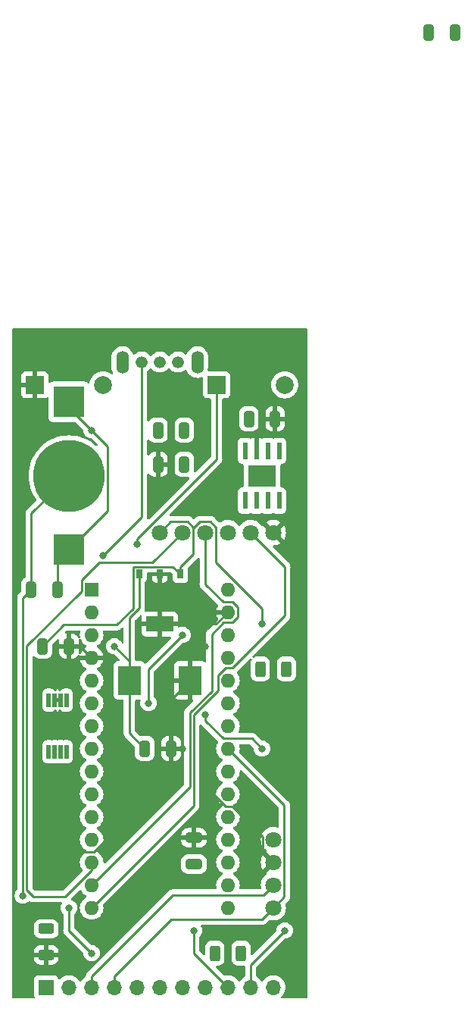
<source format=gbr>
%TF.GenerationSoftware,KiCad,Pcbnew,7.0.1*%
%TF.CreationDate,2023-04-07T11:41:16-04:00*%
%TF.ProjectId,smart penetrometer update,736d6172-7420-4706-956e-6574726f6d65,rev?*%
%TF.SameCoordinates,Original*%
%TF.FileFunction,Copper,L2,Bot*%
%TF.FilePolarity,Positive*%
%FSLAX46Y46*%
G04 Gerber Fmt 4.6, Leading zero omitted, Abs format (unit mm)*
G04 Created by KiCad (PCBNEW 7.0.1) date 2023-04-07 11:41:16*
%MOMM*%
%LPD*%
G01*
G04 APERTURE LIST*
G04 Aperture macros list*
%AMRoundRect*
0 Rectangle with rounded corners*
0 $1 Rounding radius*
0 $2 $3 $4 $5 $6 $7 $8 $9 X,Y pos of 4 corners*
0 Add a 4 corners polygon primitive as box body*
4,1,4,$2,$3,$4,$5,$6,$7,$8,$9,$2,$3,0*
0 Add four circle primitives for the rounded corners*
1,1,$1+$1,$2,$3*
1,1,$1+$1,$4,$5*
1,1,$1+$1,$6,$7*
1,1,$1+$1,$8,$9*
0 Add four rect primitives between the rounded corners*
20,1,$1+$1,$2,$3,$4,$5,0*
20,1,$1+$1,$4,$5,$6,$7,0*
20,1,$1+$1,$6,$7,$8,$9,0*
20,1,$1+$1,$8,$9,$2,$3,0*%
G04 Aperture macros list end*
%TA.AperFunction,ComponentPad*%
%ADD10R,1.600000X1.600000*%
%TD*%
%TA.AperFunction,ComponentPad*%
%ADD11O,1.600000X1.600000*%
%TD*%
%TA.AperFunction,ComponentPad*%
%ADD12R,1.700000X1.700000*%
%TD*%
%TA.AperFunction,ComponentPad*%
%ADD13O,1.700000X1.700000*%
%TD*%
%TA.AperFunction,ComponentPad*%
%ADD14C,1.324000*%
%TD*%
%TA.AperFunction,ComponentPad*%
%ADD15O,1.424000X2.524000*%
%TD*%
%TA.AperFunction,ComponentPad*%
%ADD16C,2.000000*%
%TD*%
%TA.AperFunction,ComponentPad*%
%ADD17R,2.000000X2.000000*%
%TD*%
%TA.AperFunction,SMDPad,CuDef*%
%ADD18RoundRect,0.250000X-0.325000X-0.650000X0.325000X-0.650000X0.325000X0.650000X-0.325000X0.650000X0*%
%TD*%
%TA.AperFunction,SMDPad,CuDef*%
%ADD19RoundRect,0.250000X0.325000X0.650000X-0.325000X0.650000X-0.325000X-0.650000X0.325000X-0.650000X0*%
%TD*%
%TA.AperFunction,SMDPad,CuDef*%
%ADD20R,2.500000X3.300000*%
%TD*%
%TA.AperFunction,SMDPad,CuDef*%
%ADD21R,0.710000X1.000000*%
%TD*%
%TA.AperFunction,SMDPad,CuDef*%
%ADD22R,3.025000X1.780000*%
%TD*%
%TA.AperFunction,ComponentPad*%
%ADD23C,1.800000*%
%TD*%
%TA.AperFunction,SMDPad,CuDef*%
%ADD24R,3.500000X3.500000*%
%TD*%
%TA.AperFunction,SMDPad,CuDef*%
%ADD25C,8.000000*%
%TD*%
%TA.AperFunction,SMDPad,CuDef*%
%ADD26RoundRect,0.020000X0.180000X-0.760000X0.180000X0.760000X-0.180000X0.760000X-0.180000X-0.760000X0*%
%TD*%
%TA.AperFunction,SMDPad,CuDef*%
%ADD27RoundRect,0.250000X0.650000X-0.325000X0.650000X0.325000X-0.650000X0.325000X-0.650000X-0.325000X0*%
%TD*%
%TA.AperFunction,SMDPad,CuDef*%
%ADD28RoundRect,0.250000X-0.312500X-0.625000X0.312500X-0.625000X0.312500X0.625000X-0.312500X0.625000X0*%
%TD*%
%TA.AperFunction,SMDPad,CuDef*%
%ADD29RoundRect,0.250000X0.625000X-0.312500X0.625000X0.312500X-0.625000X0.312500X-0.625000X-0.312500X0*%
%TD*%
%TA.AperFunction,SMDPad,CuDef*%
%ADD30R,0.610000X1.910000*%
%TD*%
%TA.AperFunction,SMDPad,CuDef*%
%ADD31R,1.550000X1.205000*%
%TD*%
%TA.AperFunction,ViaPad*%
%ADD32C,0.800000*%
%TD*%
%TA.AperFunction,Conductor*%
%ADD33C,0.250000*%
%TD*%
G04 APERTURE END LIST*
D10*
%TO.P,A2,1*%
%TO.N,Net-(A2-Pad1)*%
X118110000Y-104140000D03*
D11*
%TO.P,A2,2*%
%TO.N,Net-(A2-Pad2)*%
X118110000Y-106680000D03*
%TO.P,A2,3*%
%TO.N,Net-(A2-Pad3)*%
X118110000Y-109220000D03*
%TO.P,A2,4*%
%TO.N,GND*%
X118110000Y-111760000D03*
%TO.P,A2,5*%
%TO.N,Net-(A2-Pad5)*%
X118110000Y-114300000D03*
%TO.P,A2,6*%
%TO.N,Net-(A2-Pad6)*%
X118110000Y-116840000D03*
%TO.P,A2,7*%
%TO.N,Net-(A2-Pad7)*%
X118110000Y-119380000D03*
%TO.P,A2,8*%
%TO.N,Net-(A2-Pad8)*%
X118110000Y-121920000D03*
%TO.P,A2,9*%
%TO.N,Net-(A2-Pad9)*%
X118110000Y-124460000D03*
%TO.P,A2,10*%
%TO.N,Net-(A2-Pad10)*%
X118110000Y-127000000D03*
%TO.P,A2,11*%
%TO.N,Net-(A2-Pad11)*%
X118110000Y-129540000D03*
%TO.P,A2,12*%
%TO.N,Net-(A2-Pad12)*%
X118110000Y-132080000D03*
%TO.P,A2,13*%
%TO.N,Net-(A1-Pad2)*%
X118110000Y-134620000D03*
%TO.P,A2,14*%
%TO.N,Net-(A1-Pad3)*%
X118110000Y-137160000D03*
%TO.P,A2,15*%
%TO.N,Net-(A1-Pad5)*%
X118110000Y-139700000D03*
%TO.P,A2,16*%
%TO.N,Net-(A1-Pad4)*%
X133350000Y-139700000D03*
%TO.P,A2,17*%
%TO.N,Net-(A2-Pad17)*%
X133350000Y-137160000D03*
%TO.P,A2,18*%
%TO.N,Net-(A2-Pad18)*%
X133350000Y-134620000D03*
%TO.P,A2,19*%
%TO.N,Net-(A2-Pad19)*%
X133350000Y-132080000D03*
%TO.P,A2,20*%
%TO.N,Net-(A2-Pad20)*%
X133350000Y-129540000D03*
%TO.P,A2,21*%
%TO.N,Net-(A2-Pad21)*%
X133350000Y-127000000D03*
%TO.P,A2,22*%
%TO.N,Net-(A2-Pad22)*%
X133350000Y-124460000D03*
%TO.P,A2,23*%
%TO.N,Net-(A2-Pad23)*%
X133350000Y-121920000D03*
%TO.P,A2,24*%
%TO.N,Net-(A2-Pad24)*%
X133350000Y-119380000D03*
%TO.P,A2,25*%
%TO.N,Net-(A2-Pad25)*%
X133350000Y-116840000D03*
%TO.P,A2,26*%
%TO.N,Net-(A2-Pad26)*%
X133350000Y-114300000D03*
%TO.P,A2,27*%
%TO.N,Net-(A2-Pad27)*%
X133350000Y-111760000D03*
%TO.P,A2,28*%
%TO.N,Net-(A2-Pad28)*%
X133350000Y-109220000D03*
%TO.P,A2,29*%
%TO.N,GND*%
X133350000Y-106680000D03*
%TO.P,A2,30*%
%TO.N,Net-(A1-Pad1)*%
X133350000Y-104140000D03*
%TD*%
D12*
%TO.P,J2,1*%
%TO.N,Net-(J2-Pad1)*%
X113030000Y-148590000D03*
D13*
%TO.P,J2,2*%
%TO.N,Net-(J2-Pad2)*%
X115570000Y-148590000D03*
%TO.P,J2,3*%
%TO.N,Net-(A2-Pad24)*%
X118110000Y-148590000D03*
%TO.P,J2,4*%
%TO.N,Net-(A2-Pad23)*%
X120650000Y-148590000D03*
%TO.P,J2,5*%
%TO.N,Net-(A2-Pad5)*%
X123190000Y-148590000D03*
%TO.P,J2,6*%
%TO.N,Net-(A1-Pad1)*%
X125730000Y-148590000D03*
%TO.P,J2,7*%
X128270000Y-148590000D03*
%TO.P,J2,8*%
%TO.N,GNDREF*%
X130810000Y-148590000D03*
%TO.P,J2,9*%
X133350000Y-148590000D03*
%TO.P,J2,10*%
%TO.N,Net-(A1-Pad1)*%
X135890000Y-148590000D03*
%TO.P,J2,11*%
%TO.N,Net-(A2-Pad19)*%
X138430000Y-148590000D03*
%TD*%
D14*
%TO.P,J1,1*%
%TO.N,Net-(J1-Pad1)*%
X127762000Y-78740000D03*
%TO.P,J1,2*%
%TO.N,Net-(D2-Pad1)*%
X125730000Y-78740000D03*
%TO.P,J1,3*%
%TO.N,Net-(C3-Pad2)*%
X123698000Y-78740000D03*
D15*
%TO.P,J1,4*%
%TO.N,N/C*%
X129921000Y-78740000D03*
%TO.P,J1,5*%
X121539000Y-78740000D03*
%TD*%
D16*
%TO.P,U7,1*%
%TO.N,+BATT*%
X119380000Y-81280000D03*
D17*
%TO.P,U7,2*%
%TO.N,GND*%
X111760000Y-81280000D03*
%TD*%
D16*
%TO.P,U3,1*%
%TO.N,+BATT*%
X139700000Y-81280000D03*
D17*
%TO.P,U3,2*%
%TO.N,-BATT*%
X132080000Y-81280000D03*
%TD*%
D18*
%TO.P,C1,1*%
%TO.N,Net-(C1-Pad1)*%
X124050000Y-121920000D03*
%TO.P,C1,2*%
%TO.N,GND*%
X127000000Y-121920000D03*
%TD*%
D19*
%TO.P,C2,1*%
%TO.N,GND*%
X115570000Y-110490000D03*
%TO.P,C2,2*%
%TO.N,Net-(A1-Pad1)*%
X112620000Y-110490000D03*
%TD*%
D18*
%TO.P,C4,1*%
%TO.N,GNDS*%
X111350000Y-104140000D03*
%TO.P,C4,2*%
%TO.N,Net-(BT1-Pad1)*%
X114300000Y-104140000D03*
%TD*%
D20*
%TO.P,D1,1*%
%TO.N,Net-(C1-Pad1)*%
X122330000Y-114300000D03*
%TO.P,D1,2*%
%TO.N,GND*%
X129130000Y-114300000D03*
%TD*%
D21*
%TO.P,U6,1*%
%TO.N,Net-(C1-Pad1)*%
X123430000Y-102415000D03*
%TO.P,U6,2*%
%TO.N,GND*%
X125730000Y-102415000D03*
%TO.P,U6,3*%
%TO.N,Net-(A1-Pad1)*%
X128030000Y-102415000D03*
D22*
%TO.P,U6,4*%
%TO.N,GND*%
X125730000Y-108015000D03*
%TD*%
D23*
%TO.P,A1,1*%
%TO.N,Net-(A1-Pad1)*%
X125730000Y-97790000D03*
%TO.P,A1,2*%
%TO.N,Net-(A1-Pad2)*%
X128270000Y-97790000D03*
%TO.P,A1,3*%
%TO.N,Net-(A1-Pad3)*%
X130810000Y-97790000D03*
%TO.P,A1,4*%
%TO.N,Net-(A1-Pad4)*%
X133350000Y-97790000D03*
%TO.P,A1,5*%
%TO.N,Net-(A1-Pad5)*%
X135890000Y-97790000D03*
%TO.P,A1,6*%
%TO.N,GND*%
X138430000Y-97790000D03*
%TD*%
D24*
%TO.P,BT1,1*%
%TO.N,Net-(BT1-Pad1)*%
X115570000Y-83185000D03*
X115570000Y-99695000D03*
D25*
%TO.P,BT1,2*%
%TO.N,GNDS*%
X115570000Y-91440000D03*
%TD*%
D23*
%TO.P,U4,10*%
%TO.N,GND*%
X138430000Y-134620000D03*
%TO.P,U4,11*%
%TO.N,Net-(A2-Pad24)*%
X138430000Y-137160000D03*
%TO.P,U4,12*%
%TO.N,Net-(A2-Pad23)*%
X138430000Y-139700000D03*
%TO.P,U4,13*%
%TO.N,Net-(A1-Pad1)*%
X138430000Y-132080000D03*
%TD*%
D26*
%TO.P,U10,1*%
%TO.N,Net-(U10-Pad1)*%
X115275000Y-122260000D03*
%TO.P,U10,2*%
%TO.N,-BATT*%
X114625000Y-122260000D03*
%TO.P,U10,3*%
X113975000Y-122260000D03*
%TO.P,U10,4*%
%TO.N,Net-(U10-Pad4)*%
X113325000Y-122260000D03*
%TO.P,U10,5*%
%TO.N,Net-(U10-Pad5)*%
X113325000Y-116500000D03*
%TO.P,U10,6*%
%TO.N,GND*%
X113975000Y-116500000D03*
%TO.P,U10,7*%
X114625000Y-116500000D03*
%TO.P,U10,8*%
%TO.N,Net-(U10-Pad1)*%
X115275000Y-116500000D03*
%TD*%
D19*
%TO.P,C3,1*%
%TO.N,GND*%
X138635000Y-85090000D03*
%TO.P,C3,2*%
%TO.N,Net-(C3-Pad2)*%
X135685000Y-85090000D03*
%TD*%
D18*
%TO.P,C5,1*%
%TO.N,GND*%
X125525000Y-90170000D03*
%TO.P,C5,2*%
%TO.N,Net-(C5-Pad2)*%
X128475000Y-90170000D03*
%TD*%
%TO.P,C8,1*%
%TO.N,Net-(C8-Pad1)*%
X125525000Y-86360000D03*
%TO.P,C8,2*%
%TO.N,Net-(C8-Pad2)*%
X128475000Y-86360000D03*
%TD*%
%TO.P,C9,1*%
%TO.N,Net-(A1-Pad1)*%
X155800000Y-41910000D03*
%TO.P,C9,2*%
%TO.N,GND*%
X158750000Y-41910000D03*
%TD*%
D27*
%TO.P,C11,1*%
%TO.N,Net-(A1-Pad1)*%
X129540000Y-134825000D03*
%TO.P,C11,2*%
%TO.N,GND*%
X129540000Y-131875000D03*
%TD*%
D28*
%TO.P,R1,1*%
%TO.N,Net-(A1-Pad1)*%
X136967500Y-113030000D03*
%TO.P,R1,2*%
%TO.N,Net-(J3-Pad2)*%
X139892500Y-113030000D03*
%TD*%
%TO.P,R7,1*%
%TO.N,Net-(C1-Pad1)*%
X131887500Y-144780000D03*
%TO.P,R7,2*%
%TO.N,Net-(R7-Pad2)*%
X134812500Y-144780000D03*
%TD*%
D29*
%TO.P,R8,1*%
%TO.N,GND*%
X113030000Y-144972500D03*
%TO.P,R8,2*%
%TO.N,Net-(R7-Pad2)*%
X113030000Y-142047500D03*
%TD*%
D30*
%TO.P,U1,1*%
%TO.N,Net-(C8-Pad2)*%
X139065000Y-94220000D03*
%TO.P,U1,2*%
%TO.N,Net-(U1-Pad2)*%
X137795000Y-94220000D03*
%TO.P,U1,3*%
%TO.N,Net-(U1-Pad3)*%
X136525000Y-94220000D03*
%TO.P,U1,4*%
%TO.N,Net-(R7-Pad2)*%
X135255000Y-94220000D03*
%TO.P,U1,5*%
%TO.N,Net-(U1-Pad5)*%
X135255000Y-88660000D03*
%TO.P,U1,6*%
%TO.N,GND*%
X136525000Y-88660000D03*
%TO.P,U1,7*%
%TO.N,Net-(C3-Pad2)*%
X137795000Y-88660000D03*
%TO.P,U1,8*%
%TO.N,Net-(C8-Pad1)*%
X139065000Y-88660000D03*
D31*
%TO.P,U1,9*%
%TO.N,Net-(U1-Pad9)*%
X136385000Y-92042500D03*
X137935000Y-92042500D03*
X136385000Y-90837500D03*
X137935000Y-90837500D03*
%TD*%
D32*
%TO.N,Net-(A1-Pad4)*%
X124460000Y-116840000D03*
X128270000Y-109220000D03*
%TO.N,Net-(A1-Pad1)*%
X139700000Y-142240000D03*
X137160000Y-107950000D03*
%TO.N,GND*%
X130810000Y-110490000D03*
X130810000Y-121920000D03*
X128270000Y-121920000D03*
X113030000Y-134620000D03*
%TO.N,Net-(A2-Pad5)*%
X118110000Y-144780000D03*
X115570000Y-139700000D03*
%TO.N,GNDREF*%
X129540000Y-142240000D03*
%TO.N,Net-(C1-Pad1)*%
X119380000Y-100330000D03*
X120650000Y-110490000D03*
%TO.N,Net-(BT1-Pad1)*%
X118110000Y-86360000D03*
%TO.N,GNDS*%
X110409980Y-138349980D03*
%TO.N,Net-(C12-Pad2)*%
X137160000Y-121920000D03*
X130810000Y-118110000D03*
%TO.N,-BATT*%
X123190000Y-99060000D03*
%TD*%
D33*
%TO.N,Net-(A1-Pad4)*%
X128270000Y-109220000D02*
X128270000Y-109220000D01*
X124460000Y-113030000D02*
X127000000Y-110490000D01*
X124460000Y-116840000D02*
X124460000Y-113030000D01*
X127000000Y-110490000D02*
X128270000Y-109220000D01*
%TO.N,Net-(A1-Pad5)*%
X132224999Y-113759999D02*
X133099997Y-112885001D01*
X129540000Y-118110000D02*
X132224999Y-115425001D01*
X139700000Y-101600000D02*
X135890000Y-97790000D01*
X129540000Y-128270000D02*
X129540000Y-118110000D01*
X132224999Y-115425001D02*
X132224999Y-113759999D01*
X118110000Y-139700000D02*
X129540000Y-128270000D01*
X133099997Y-112885001D02*
X133890001Y-112885001D01*
X133890001Y-112885001D02*
X139700000Y-107075002D01*
X139700000Y-107075002D02*
X139700000Y-101600000D01*
%TO.N,Net-(A1-Pad1)*%
X139700000Y-142240000D02*
X139700000Y-142240000D01*
X122749999Y-106245003D02*
X120900003Y-108094999D01*
X128858001Y-96564999D02*
X126955001Y-96564999D01*
X122749999Y-106245003D02*
X122749999Y-101654999D01*
X122749999Y-101654999D02*
X122814999Y-101589999D01*
X128030000Y-102415000D02*
X128030000Y-101665000D01*
X115015001Y-108094999D02*
X112620000Y-110490000D01*
X122814999Y-101589999D02*
X127204999Y-101589999D01*
X132035001Y-97201999D02*
X131398001Y-96564999D01*
X128030000Y-101665000D02*
X129495001Y-100199999D01*
X126955001Y-96564999D02*
X125730000Y-97790000D01*
X135890000Y-148590000D02*
X135890000Y-146050000D01*
X137160000Y-107950000D02*
X137160000Y-106284998D01*
X129495001Y-100199999D02*
X129495001Y-97201999D01*
X132035001Y-100285001D02*
X132035001Y-97201999D01*
X130221999Y-96564999D02*
X129540000Y-97246998D01*
X129495001Y-97201999D02*
X128858001Y-96564999D01*
X137160000Y-106284998D02*
X132035001Y-101159999D01*
X127204999Y-101589999D02*
X128030000Y-102415000D01*
X132035001Y-101159999D02*
X132035001Y-100285001D01*
X131398001Y-96564999D02*
X130221999Y-96564999D01*
X135890000Y-146050000D02*
X139700000Y-142240000D01*
X120900003Y-108094999D02*
X115015001Y-108094999D01*
%TO.N,Net-(A1-Pad3)*%
X134475001Y-107220001D02*
X134475001Y-106139999D01*
X129089990Y-126180010D02*
X129089990Y-117923600D01*
X130810000Y-103545008D02*
X130810000Y-97790000D01*
X131535001Y-109131409D02*
X132861409Y-107805001D01*
X133890001Y-105554999D02*
X132819991Y-105554999D01*
X132819991Y-105554999D02*
X130810000Y-103545008D01*
X129089990Y-117923600D02*
X131535001Y-115478589D01*
X133890001Y-107805001D02*
X134475001Y-107220001D01*
X118110000Y-137160000D02*
X129089990Y-126180010D01*
X134475001Y-106139999D02*
X133890001Y-105554999D01*
X131535001Y-115478589D02*
X131535001Y-109131409D01*
X132861409Y-107805001D02*
X133890001Y-107805001D01*
%TO.N,GND*%
X130810000Y-110490000D02*
X130810000Y-110490000D01*
X128270000Y-121920000D02*
X128270000Y-121920000D01*
X113030000Y-134620000D02*
X113030000Y-134620000D01*
X130810000Y-121920000D02*
X130810000Y-126125002D01*
X125730000Y-108015000D02*
X132015000Y-108015000D01*
X127000000Y-116430000D02*
X129130000Y-114300000D01*
X129130000Y-112170000D02*
X130810000Y-110490000D01*
X137204999Y-131729997D02*
X137204999Y-133394999D01*
X114155001Y-133494999D02*
X113030000Y-134620000D01*
X118360003Y-133494999D02*
X114155001Y-133494999D01*
X129130000Y-114300000D02*
X129130000Y-112170000D01*
X133890001Y-128414999D02*
X137204999Y-131729997D01*
X127000000Y-124855002D02*
X118360003Y-133494999D01*
X115570000Y-110490000D02*
X116840000Y-110490000D01*
X133099997Y-128414999D02*
X133890001Y-128414999D01*
X127000000Y-121920000D02*
X127000000Y-116430000D01*
X132015000Y-108015000D02*
X133350000Y-106680000D01*
X127000000Y-121920000D02*
X128270000Y-121920000D01*
X137204999Y-133394999D02*
X138430000Y-134620000D01*
X116840000Y-110490000D02*
X118110000Y-111760000D01*
X125730000Y-108015000D02*
X125730000Y-102415000D01*
X127000000Y-121920000D02*
X127000000Y-124855002D01*
X130810000Y-126125002D02*
X133099997Y-128414999D01*
%TO.N,Net-(A1-Pad2)*%
X116984999Y-104336811D02*
X110859990Y-110461820D01*
X118925008Y-101139990D02*
X116984999Y-103079999D01*
X115174998Y-138430000D02*
X118110000Y-135494998D01*
X111563002Y-138430000D02*
X115174998Y-138430000D01*
X128270000Y-97790000D02*
X124920010Y-101139990D01*
X116984999Y-103079999D02*
X116984999Y-104336811D01*
X124920010Y-101139990D02*
X118925008Y-101139990D01*
X110859990Y-110461820D02*
X110859990Y-137726988D01*
X118110000Y-135494998D02*
X118110000Y-134620000D01*
X110859990Y-137726988D02*
X111563002Y-138430000D01*
%TO.N,Net-(A2-Pad24)*%
X127144999Y-138285001D02*
X137304999Y-138285001D01*
X137304999Y-138285001D02*
X138430000Y-137160000D01*
X118110000Y-147320000D02*
X127144999Y-138285001D01*
X118110000Y-148590000D02*
X118110000Y-147320000D01*
%TO.N,Net-(A2-Pad23)*%
X127000000Y-140970000D02*
X137160000Y-140970000D01*
X139655001Y-138474999D02*
X138430000Y-139700000D01*
X120650000Y-147320000D02*
X127000000Y-140970000D01*
X139655001Y-128225001D02*
X139655001Y-138474999D01*
X137160000Y-140970000D02*
X138430000Y-139700000D01*
X133350000Y-121920000D02*
X139655001Y-128225001D01*
X120650000Y-147320000D02*
X120650000Y-148590000D01*
%TO.N,Net-(A2-Pad5)*%
X115570000Y-139700000D02*
X115570000Y-142240000D01*
X115570000Y-142240000D02*
X118110000Y-144780000D01*
%TO.N,GNDREF*%
X129540000Y-144780000D02*
X129540000Y-142240000D01*
X133350000Y-148590000D02*
X129540000Y-144780000D01*
%TO.N,Net-(C1-Pad1)*%
X119380000Y-100330000D02*
X119380000Y-100330000D01*
X122330000Y-114300000D02*
X122330000Y-112620000D01*
X122330000Y-120200000D02*
X124050000Y-121920000D01*
X123698000Y-96012000D02*
X119380000Y-100330000D01*
X122330000Y-114300000D02*
X122330000Y-120200000D01*
X122330000Y-112620000D02*
X122330000Y-107301412D01*
X122330000Y-107301412D02*
X123430000Y-106201412D01*
X120650000Y-110490000D02*
X122330000Y-112170000D01*
X122330000Y-112170000D02*
X122330000Y-112620000D01*
X123698000Y-78740000D02*
X123698000Y-96012000D01*
X123430000Y-106201412D02*
X123430000Y-102415000D01*
%TO.N,Net-(BT1-Pad1)*%
X115570000Y-99695000D02*
X119895001Y-95369999D01*
X119895001Y-88145001D02*
X118110000Y-86360000D01*
X114300000Y-104140000D02*
X114300000Y-100965000D01*
X115570000Y-83820000D02*
X118110000Y-86360000D01*
X119895001Y-95369999D02*
X119895001Y-88145001D01*
X114300000Y-100965000D02*
X115570000Y-99695000D01*
X115570000Y-83185000D02*
X115570000Y-83820000D01*
%TO.N,GNDS*%
X110409980Y-138349980D02*
X110409980Y-138349980D01*
X111350000Y-95660000D02*
X115570000Y-91440000D01*
X111350000Y-104140000D02*
X111350000Y-95660000D01*
X116840000Y-93980000D02*
X119380000Y-91440000D01*
X116840000Y-94615000D02*
X116840000Y-93980000D01*
X110409980Y-105080020D02*
X110409980Y-138349980D01*
X111350000Y-104140000D02*
X110409980Y-105080020D01*
%TO.N,Net-(C12-Pad2)*%
X136034999Y-120794999D02*
X137160000Y-121920000D01*
X132809999Y-120794999D02*
X134220000Y-120794999D01*
X134568001Y-120794999D02*
X136034999Y-120794999D01*
X130810000Y-118110000D02*
X130810000Y-118795000D01*
X130810000Y-118795000D02*
X132809999Y-120794999D01*
X132809999Y-120794999D02*
X134568001Y-120794999D01*
%TO.N,-BATT*%
X132080000Y-89604315D02*
X132080000Y-81280000D01*
X123190000Y-99060000D02*
X123190000Y-98494315D01*
X123190000Y-98494315D02*
X132080000Y-89604315D01*
%TD*%
%TA.AperFunction,Conductor*%
%TO.N,GND*%
G36*
X142151500Y-74972381D02*
G01*
X142197619Y-75018500D01*
X142214500Y-75081500D01*
X142214500Y-149708500D01*
X142197619Y-149771500D01*
X142151500Y-149817619D01*
X142088500Y-149834500D01*
X139409866Y-149834500D01*
X139349897Y-149819314D01*
X139304383Y-149777416D01*
X139284296Y-149718905D01*
X139294478Y-149657887D01*
X139332475Y-149609069D01*
X139353237Y-149592908D01*
X139353240Y-149592906D01*
X139505722Y-149427268D01*
X139628860Y-149238791D01*
X139719296Y-149032616D01*
X139774564Y-148814368D01*
X139793156Y-148590000D01*
X139774564Y-148365632D01*
X139719296Y-148147384D01*
X139628860Y-147941209D01*
X139505722Y-147752732D01*
X139353240Y-147587094D01*
X139353239Y-147587093D01*
X139353237Y-147587091D01*
X139175578Y-147448812D01*
X138977573Y-147341657D01*
X138797778Y-147279934D01*
X138764635Y-147268556D01*
X138542569Y-147231500D01*
X138317431Y-147231500D01*
X138095365Y-147268556D01*
X138095362Y-147268556D01*
X138095362Y-147268557D01*
X137882426Y-147341657D01*
X137684421Y-147448812D01*
X137506762Y-147587091D01*
X137354275Y-147752735D01*
X137265481Y-147888643D01*
X137219968Y-147930541D01*
X137159998Y-147945727D01*
X137100029Y-147930541D01*
X137054516Y-147888642D01*
X136965723Y-147752734D01*
X136965722Y-147752732D01*
X136813240Y-147587094D01*
X136813239Y-147587093D01*
X136813237Y-147587091D01*
X136635581Y-147448814D01*
X136635577Y-147448811D01*
X136635576Y-147448811D01*
X136589528Y-147423891D01*
X136541259Y-147377576D01*
X136523500Y-147313079D01*
X136523500Y-146364594D01*
X136533091Y-146316376D01*
X136560405Y-146275499D01*
X139650499Y-143185405D01*
X139691376Y-143158091D01*
X139739594Y-143148500D01*
X139795485Y-143148500D01*
X139795487Y-143148500D01*
X139982288Y-143108794D01*
X140156752Y-143031118D01*
X140311253Y-142918866D01*
X140439040Y-142776944D01*
X140534527Y-142611556D01*
X140593542Y-142429928D01*
X140613504Y-142240000D01*
X140593542Y-142050072D01*
X140534527Y-141868444D01*
X140534527Y-141868443D01*
X140439041Y-141703057D01*
X140311252Y-141561133D01*
X140156753Y-141448883D01*
X140156752Y-141448882D01*
X139982288Y-141371206D01*
X139795487Y-141331500D01*
X139604513Y-141331500D01*
X139479979Y-141357970D01*
X139417711Y-141371206D01*
X139325498Y-141412262D01*
X139273368Y-141435472D01*
X139243246Y-141448883D01*
X139088747Y-141561133D01*
X138960958Y-141703057D01*
X138865472Y-141868443D01*
X138806458Y-142050070D01*
X138789093Y-142215291D01*
X138777509Y-142256365D01*
X138752878Y-142291215D01*
X136098594Y-144945500D01*
X136048435Y-144976238D01*
X135989788Y-144980854D01*
X135935438Y-144958341D01*
X135897232Y-144913608D01*
X135883499Y-144856405D01*
X135883499Y-144104460D01*
X135883499Y-144104456D01*
X135872887Y-144000574D01*
X135817115Y-143832262D01*
X135724030Y-143681348D01*
X135724028Y-143681346D01*
X135724027Y-143681344D01*
X135598655Y-143555972D01*
X135598652Y-143555970D01*
X135447738Y-143462885D01*
X135279426Y-143407113D01*
X135175545Y-143396500D01*
X135175540Y-143396500D01*
X134449459Y-143396500D01*
X134345573Y-143407113D01*
X134177262Y-143462885D01*
X134026344Y-143555972D01*
X133900972Y-143681344D01*
X133900970Y-143681348D01*
X133807885Y-143832262D01*
X133752113Y-144000574D01*
X133741840Y-144101134D01*
X133741500Y-144104459D01*
X133741500Y-145455540D01*
X133752113Y-145559425D01*
X133752113Y-145559426D01*
X133807885Y-145727738D01*
X133826762Y-145758342D01*
X133900972Y-145878655D01*
X134026344Y-146004027D01*
X134026346Y-146004028D01*
X134026348Y-146004030D01*
X134177262Y-146097115D01*
X134345574Y-146152887D01*
X134449455Y-146163500D01*
X135130500Y-146163499D01*
X135193500Y-146180380D01*
X135239619Y-146226499D01*
X135256500Y-146289499D01*
X135256500Y-147313079D01*
X135238741Y-147377576D01*
X135190471Y-147423891D01*
X135157178Y-147441908D01*
X135144418Y-147448814D01*
X134966762Y-147587091D01*
X134814275Y-147752735D01*
X134725481Y-147888643D01*
X134679968Y-147930541D01*
X134619998Y-147945727D01*
X134560029Y-147930541D01*
X134514516Y-147888642D01*
X134425723Y-147752734D01*
X134425722Y-147752732D01*
X134273240Y-147587094D01*
X134273239Y-147587093D01*
X134273237Y-147587091D01*
X134095578Y-147448812D01*
X133897573Y-147341657D01*
X133717778Y-147279934D01*
X133684635Y-147268556D01*
X133462569Y-147231500D01*
X133237431Y-147231500D01*
X133015365Y-147268556D01*
X133015361Y-147268557D01*
X133005067Y-147270275D01*
X133004547Y-147267162D01*
X132952750Y-147269829D01*
X132892076Y-147236172D01*
X132034496Y-146378591D01*
X132003761Y-146328435D01*
X131999145Y-146269788D01*
X132021658Y-146215438D01*
X132066391Y-146177232D01*
X132123594Y-146163499D01*
X132250540Y-146163499D01*
X132250544Y-146163499D01*
X132354426Y-146152887D01*
X132522738Y-146097115D01*
X132673652Y-146004030D01*
X132799030Y-145878652D01*
X132892115Y-145727738D01*
X132947887Y-145559426D01*
X132958500Y-145455545D01*
X132958499Y-144104456D01*
X132947887Y-144000574D01*
X132892115Y-143832262D01*
X132799030Y-143681348D01*
X132799028Y-143681346D01*
X132799027Y-143681344D01*
X132673655Y-143555972D01*
X132673652Y-143555970D01*
X132522738Y-143462885D01*
X132354426Y-143407113D01*
X132250545Y-143396500D01*
X132250540Y-143396500D01*
X131524459Y-143396500D01*
X131420573Y-143407113D01*
X131252262Y-143462885D01*
X131101344Y-143555972D01*
X130975972Y-143681344D01*
X130975970Y-143681348D01*
X130882885Y-143832262D01*
X130827113Y-144000574D01*
X130816840Y-144101134D01*
X130816500Y-144104459D01*
X130816500Y-144856405D01*
X130802767Y-144913608D01*
X130764561Y-144958341D01*
X130710211Y-144980854D01*
X130651564Y-144976238D01*
X130601404Y-144945500D01*
X130491600Y-144835696D01*
X130210404Y-144554499D01*
X130183091Y-144513622D01*
X130173500Y-144465404D01*
X130173500Y-142942525D01*
X130181869Y-142897371D01*
X130205864Y-142858214D01*
X130227980Y-142833652D01*
X130279040Y-142776944D01*
X130374527Y-142611556D01*
X130433542Y-142429928D01*
X130453504Y-142240000D01*
X130433542Y-142050072D01*
X130374527Y-141868444D01*
X130374527Y-141868443D01*
X130330681Y-141792500D01*
X130313800Y-141729500D01*
X130330681Y-141666500D01*
X130376800Y-141620381D01*
X130439800Y-141603500D01*
X137076147Y-141603500D01*
X137096935Y-141605795D01*
X137099907Y-141605701D01*
X137099909Y-141605702D01*
X137167985Y-141603562D01*
X137171945Y-141603500D01*
X137199852Y-141603500D01*
X137199856Y-141603500D01*
X137203865Y-141602993D01*
X137215699Y-141602061D01*
X137259889Y-141600673D01*
X137279338Y-141595021D01*
X137298698Y-141591012D01*
X137318797Y-141588474D01*
X137359915Y-141572193D01*
X137371117Y-141568357D01*
X137413593Y-141556018D01*
X137431039Y-141545699D01*
X137448780Y-141537009D01*
X137467617Y-141529552D01*
X137503392Y-141503558D01*
X137513303Y-141497048D01*
X137551362Y-141474542D01*
X137565691Y-141460212D01*
X137580719Y-141447377D01*
X137597107Y-141435472D01*
X137625303Y-141401386D01*
X137633272Y-141392630D01*
X137932723Y-141093179D01*
X137993418Y-141059518D01*
X138062728Y-141063103D01*
X138083049Y-141070080D01*
X138313288Y-141108500D01*
X138546709Y-141108500D01*
X138546712Y-141108500D01*
X138776951Y-141070080D01*
X138997727Y-140994287D01*
X139203017Y-140883190D01*
X139387220Y-140739818D01*
X139545314Y-140568083D01*
X139672984Y-140372669D01*
X139766749Y-140158907D01*
X139824051Y-139932626D01*
X139843327Y-139700000D01*
X139824051Y-139467374D01*
X139787973Y-139324906D01*
X139788638Y-139260527D01*
X139821020Y-139204882D01*
X140043662Y-138982241D01*
X140059978Y-138969171D01*
X140062015Y-138967001D01*
X140062019Y-138966999D01*
X140108662Y-138917327D01*
X140111353Y-138914550D01*
X140131136Y-138894769D01*
X140133622Y-138891563D01*
X140141311Y-138882560D01*
X140171587Y-138850320D01*
X140181343Y-138832570D01*
X140192196Y-138816049D01*
X140204615Y-138800040D01*
X140222176Y-138759453D01*
X140227389Y-138748812D01*
X140248696Y-138710059D01*
X140253734Y-138690433D01*
X140260138Y-138671731D01*
X140268182Y-138653143D01*
X140275097Y-138609481D01*
X140277505Y-138597852D01*
X140288501Y-138555029D01*
X140288501Y-138534775D01*
X140290052Y-138515065D01*
X140293221Y-138495056D01*
X140289060Y-138451038D01*
X140288501Y-138439180D01*
X140288501Y-128308854D01*
X140290796Y-128288064D01*
X140290228Y-128270000D01*
X140288562Y-128217001D01*
X140288501Y-128213044D01*
X140288501Y-128185150D01*
X140288501Y-128185145D01*
X140287994Y-128181139D01*
X140287063Y-128169306D01*
X140286639Y-128155805D01*
X140285675Y-128125112D01*
X140280021Y-128105653D01*
X140276014Y-128086307D01*
X140273475Y-128066204D01*
X140257195Y-128025087D01*
X140253354Y-128013867D01*
X140241018Y-127971406D01*
X140230707Y-127953971D01*
X140222009Y-127936216D01*
X140214553Y-127917384D01*
X140188566Y-127881617D01*
X140182048Y-127871694D01*
X140159543Y-127833639D01*
X140145213Y-127819309D01*
X140132379Y-127804282D01*
X140120473Y-127787894D01*
X140120472Y-127787893D01*
X140086395Y-127759701D01*
X140077617Y-127751713D01*
X134659151Y-122333246D01*
X134626539Y-122276761D01*
X134626539Y-122211541D01*
X134643543Y-122148087D01*
X134663498Y-121920000D01*
X134643543Y-121691913D01*
X134615461Y-121587110D01*
X134613589Y-121529918D01*
X134637205Y-121477795D01*
X134681440Y-121441493D01*
X134737168Y-121428499D01*
X135720405Y-121428499D01*
X135768623Y-121438090D01*
X135809500Y-121465404D01*
X136212877Y-121868781D01*
X136237508Y-121903631D01*
X136249092Y-121944705D01*
X136266458Y-122109929D01*
X136325472Y-122291556D01*
X136420958Y-122456942D01*
X136420960Y-122456944D01*
X136548747Y-122598866D01*
X136703248Y-122711118D01*
X136877712Y-122788794D01*
X137064513Y-122828500D01*
X137255485Y-122828500D01*
X137255487Y-122828500D01*
X137442288Y-122788794D01*
X137616752Y-122711118D01*
X137771253Y-122598866D01*
X137899040Y-122456944D01*
X137994527Y-122291556D01*
X138053542Y-122109928D01*
X138073504Y-121920000D01*
X138053542Y-121730072D01*
X138022931Y-121635862D01*
X137994527Y-121548443D01*
X137899041Y-121383057D01*
X137771252Y-121241133D01*
X137616753Y-121128883D01*
X137616752Y-121128882D01*
X137442288Y-121051206D01*
X137255487Y-121011500D01*
X137255485Y-121011500D01*
X137199595Y-121011500D01*
X137151377Y-121001909D01*
X137110499Y-120974595D01*
X136542240Y-120406335D01*
X136529168Y-120390018D01*
X136477347Y-120341355D01*
X136474535Y-120338630D01*
X136454769Y-120318864D01*
X136451574Y-120316385D01*
X136442552Y-120308680D01*
X136433193Y-120299892D01*
X136410320Y-120278413D01*
X136410319Y-120278412D01*
X136392566Y-120268652D01*
X136376040Y-120257796D01*
X136360040Y-120245385D01*
X136319465Y-120227827D01*
X136308803Y-120222603D01*
X136270062Y-120201304D01*
X136256312Y-120197774D01*
X136250436Y-120196265D01*
X136231730Y-120189861D01*
X136213144Y-120181818D01*
X136169474Y-120174901D01*
X136157852Y-120172494D01*
X136115029Y-120161499D01*
X136115028Y-120161499D01*
X136094775Y-120161499D01*
X136075065Y-120159948D01*
X136055056Y-120156778D01*
X136011038Y-120160940D01*
X135999180Y-120161499D01*
X134648031Y-120161499D01*
X134627132Y-120161499D01*
X134566528Y-120145967D01*
X134520865Y-120103199D01*
X134501402Y-120043740D01*
X134512937Y-119982250D01*
X134584283Y-119829245D01*
X134584284Y-119829243D01*
X134643543Y-119608087D01*
X134663498Y-119380000D01*
X134643543Y-119151913D01*
X134584284Y-118930757D01*
X134581068Y-118923861D01*
X134487522Y-118723249D01*
X134356195Y-118535696D01*
X134194303Y-118373804D01*
X134006748Y-118242476D01*
X133967543Y-118224195D01*
X133914525Y-118177700D01*
X133894792Y-118110000D01*
X133914525Y-118042300D01*
X133967543Y-117995805D01*
X133972163Y-117993650D01*
X134006749Y-117977523D01*
X134194300Y-117846198D01*
X134356198Y-117684300D01*
X134487523Y-117496749D01*
X134584284Y-117289243D01*
X134643543Y-117068087D01*
X134663498Y-116840000D01*
X134643543Y-116611913D01*
X134598717Y-116444621D01*
X134584284Y-116390756D01*
X134499740Y-116209451D01*
X134487523Y-116183251D01*
X134487087Y-116182629D01*
X134356195Y-115995696D01*
X134194303Y-115833804D01*
X134006748Y-115702476D01*
X133967543Y-115684195D01*
X133914525Y-115637700D01*
X133894792Y-115570000D01*
X133914525Y-115502300D01*
X133967543Y-115455805D01*
X133979308Y-115450319D01*
X134006749Y-115437523D01*
X134194300Y-115306198D01*
X134356198Y-115144300D01*
X134487523Y-114956749D01*
X134584284Y-114749243D01*
X134643543Y-114528087D01*
X134663498Y-114300000D01*
X134643543Y-114071913D01*
X134584284Y-113850757D01*
X134487523Y-113643251D01*
X134358771Y-113459375D01*
X134337316Y-113405370D01*
X134342381Y-113347476D01*
X134372889Y-113298015D01*
X135803033Y-111867871D01*
X135854820Y-111836617D01*
X135915207Y-111833100D01*
X135970275Y-111858131D01*
X136007332Y-111905942D01*
X136017836Y-111965512D01*
X135999367Y-112023114D01*
X135991906Y-112035211D01*
X135962885Y-112082262D01*
X135924166Y-112199111D01*
X135907113Y-112250574D01*
X135896500Y-112354459D01*
X135896500Y-113705540D01*
X135896501Y-113705545D01*
X135907113Y-113809426D01*
X135962885Y-113977738D01*
X136020973Y-114071913D01*
X136055972Y-114128655D01*
X136181344Y-114254027D01*
X136181346Y-114254028D01*
X136181348Y-114254030D01*
X136332262Y-114347115D01*
X136500574Y-114402887D01*
X136604455Y-114413500D01*
X137330544Y-114413499D01*
X137434426Y-114402887D01*
X137602738Y-114347115D01*
X137753652Y-114254030D01*
X137879030Y-114128652D01*
X137972115Y-113977738D01*
X138027887Y-113809426D01*
X138038500Y-113705545D01*
X138038500Y-113705540D01*
X138821500Y-113705540D01*
X138821501Y-113705545D01*
X138832113Y-113809426D01*
X138887885Y-113977738D01*
X138945973Y-114071913D01*
X138980972Y-114128655D01*
X139106344Y-114254027D01*
X139106346Y-114254028D01*
X139106348Y-114254030D01*
X139257262Y-114347115D01*
X139425574Y-114402887D01*
X139529455Y-114413500D01*
X140255544Y-114413499D01*
X140359426Y-114402887D01*
X140527738Y-114347115D01*
X140678652Y-114254030D01*
X140804030Y-114128652D01*
X140897115Y-113977738D01*
X140952887Y-113809426D01*
X140963500Y-113705545D01*
X140963499Y-112354456D01*
X140952887Y-112250574D01*
X140897115Y-112082262D01*
X140804030Y-111931348D01*
X140804028Y-111931346D01*
X140804027Y-111931344D01*
X140678655Y-111805972D01*
X140678652Y-111805970D01*
X140527738Y-111712885D01*
X140359426Y-111657113D01*
X140255545Y-111646500D01*
X140255540Y-111646500D01*
X139529459Y-111646500D01*
X139425573Y-111657113D01*
X139257262Y-111712885D01*
X139106344Y-111805972D01*
X138980972Y-111931344D01*
X138980970Y-111931348D01*
X138887885Y-112082262D01*
X138849166Y-112199111D01*
X138832113Y-112250574D01*
X138821500Y-112354459D01*
X138821500Y-113705540D01*
X138038500Y-113705540D01*
X138038499Y-112354456D01*
X138027887Y-112250574D01*
X137972115Y-112082262D01*
X137879030Y-111931348D01*
X137879028Y-111931346D01*
X137879027Y-111931344D01*
X137753655Y-111805972D01*
X137753652Y-111805970D01*
X137602738Y-111712885D01*
X137434426Y-111657113D01*
X137330545Y-111646500D01*
X137330540Y-111646500D01*
X136604459Y-111646500D01*
X136500573Y-111657113D01*
X136332259Y-111712886D01*
X136273114Y-111749367D01*
X136215512Y-111767836D01*
X136155942Y-111757332D01*
X136108131Y-111720275D01*
X136083100Y-111665207D01*
X136086617Y-111604820D01*
X136117871Y-111553033D01*
X140088658Y-107582246D01*
X140104979Y-107569172D01*
X140107014Y-107567004D01*
X140107018Y-107567002D01*
X140153677Y-107517313D01*
X140156368Y-107514536D01*
X140176134Y-107494772D01*
X140178605Y-107491585D01*
X140186312Y-107482561D01*
X140216586Y-107450323D01*
X140226343Y-107432572D01*
X140237199Y-107416045D01*
X140249613Y-107400043D01*
X140267172Y-107359463D01*
X140272392Y-107348811D01*
X140293694Y-107310063D01*
X140293695Y-107310062D01*
X140298732Y-107290441D01*
X140305138Y-107271732D01*
X140313181Y-107253147D01*
X140320096Y-107209478D01*
X140322496Y-107197883D01*
X140333500Y-107155032D01*
X140333500Y-107134771D01*
X140335051Y-107115060D01*
X140338219Y-107095057D01*
X140334059Y-107051048D01*
X140333500Y-107039191D01*
X140333500Y-101683854D01*
X140335795Y-101663064D01*
X140335345Y-101648759D01*
X140333561Y-101592001D01*
X140333500Y-101588044D01*
X140333500Y-101560149D01*
X140333500Y-101560144D01*
X140332993Y-101556138D01*
X140332062Y-101544305D01*
X140330674Y-101500111D01*
X140325019Y-101480647D01*
X140321013Y-101461307D01*
X140318474Y-101441203D01*
X140302195Y-101400087D01*
X140298356Y-101388872D01*
X140286019Y-101346407D01*
X140275703Y-101328964D01*
X140267007Y-101311214D01*
X140259552Y-101292383D01*
X140233554Y-101256600D01*
X140227058Y-101246710D01*
X140204542Y-101208638D01*
X140190212Y-101194308D01*
X140177378Y-101179281D01*
X140165472Y-101162893D01*
X140163005Y-101160852D01*
X140131394Y-101134700D01*
X140122616Y-101126712D01*
X138408999Y-99413095D01*
X138378261Y-99362936D01*
X138373645Y-99304289D01*
X138396158Y-99249939D01*
X138440891Y-99211733D01*
X138498094Y-99198000D01*
X138546668Y-99198000D01*
X138776830Y-99159592D01*
X138997525Y-99083828D01*
X139202744Y-98972770D01*
X139231317Y-98950529D01*
X139231317Y-98950528D01*
X138430000Y-98149210D01*
X138070789Y-97789999D01*
X138789210Y-97789999D01*
X139589202Y-98589990D01*
X139672544Y-98462428D01*
X139766275Y-98248742D01*
X139823555Y-98022548D01*
X139842825Y-97789999D01*
X139823555Y-97557451D01*
X139766276Y-97331260D01*
X139672543Y-97117569D01*
X139589202Y-96990007D01*
X138789210Y-97789999D01*
X138070789Y-97789999D01*
X137270796Y-96990006D01*
X137270795Y-96990007D01*
X137265780Y-96997684D01*
X137220266Y-97039582D01*
X137160297Y-97054768D01*
X137100327Y-97039582D01*
X137054814Y-96997683D01*
X137005314Y-96921917D01*
X136847220Y-96750182D01*
X136692130Y-96629470D01*
X137628680Y-96629470D01*
X138429999Y-97430789D01*
X138430000Y-97430789D01*
X139231318Y-96629470D01*
X139231317Y-96629469D01*
X139202745Y-96607230D01*
X138997525Y-96496171D01*
X138776830Y-96420407D01*
X138546668Y-96382000D01*
X138313332Y-96382000D01*
X138083169Y-96420407D01*
X137862474Y-96496171D01*
X137657255Y-96607230D01*
X137628681Y-96629469D01*
X137628680Y-96629470D01*
X136692130Y-96629470D01*
X136663017Y-96606810D01*
X136631779Y-96589905D01*
X136457726Y-96495712D01*
X136298995Y-96441220D01*
X136236951Y-96419920D01*
X136006712Y-96381500D01*
X135773288Y-96381500D01*
X135543049Y-96419920D01*
X135543046Y-96419920D01*
X135543046Y-96419921D01*
X135322273Y-96495712D01*
X135116984Y-96606809D01*
X134932779Y-96750182D01*
X134786320Y-96909278D01*
X134774686Y-96921917D01*
X134725481Y-96997230D01*
X134679969Y-97039127D01*
X134620000Y-97054313D01*
X134560031Y-97039127D01*
X134514518Y-96997230D01*
X134465314Y-96921917D01*
X134307220Y-96750182D01*
X134123017Y-96606810D01*
X134091779Y-96589905D01*
X133917726Y-96495712D01*
X133758995Y-96441220D01*
X133696951Y-96419920D01*
X133466712Y-96381500D01*
X133233288Y-96381500D01*
X133003049Y-96419920D01*
X133003046Y-96419920D01*
X133003046Y-96419921D01*
X132782273Y-96495712D01*
X132576980Y-96606810D01*
X132529118Y-96644063D01*
X132474177Y-96668615D01*
X132414115Y-96664886D01*
X132362633Y-96633726D01*
X131905246Y-96176339D01*
X131892167Y-96160015D01*
X131840349Y-96111355D01*
X131837537Y-96108630D01*
X131817771Y-96088864D01*
X131814576Y-96086385D01*
X131805554Y-96078680D01*
X131773321Y-96048412D01*
X131755568Y-96038652D01*
X131739042Y-96027796D01*
X131723042Y-96015385D01*
X131682467Y-95997827D01*
X131671805Y-95992603D01*
X131633064Y-95971304D01*
X131619314Y-95967774D01*
X131613438Y-95966265D01*
X131594732Y-95959861D01*
X131576146Y-95951818D01*
X131532476Y-95944901D01*
X131520854Y-95942494D01*
X131511051Y-95939977D01*
X131478031Y-95931499D01*
X131478030Y-95931499D01*
X131457777Y-95931499D01*
X131438067Y-95929948D01*
X131418058Y-95926778D01*
X131374040Y-95930940D01*
X131362182Y-95931499D01*
X130305852Y-95931499D01*
X130285063Y-95929203D01*
X130214013Y-95931437D01*
X130210054Y-95931499D01*
X130182138Y-95931499D01*
X130178122Y-95932006D01*
X130166302Y-95932936D01*
X130122109Y-95934325D01*
X130102656Y-95939977D01*
X130083302Y-95943985D01*
X130063203Y-95946524D01*
X130022095Y-95962800D01*
X130010869Y-95966643D01*
X129968407Y-95978980D01*
X129950963Y-95989296D01*
X129933214Y-95997990D01*
X129914383Y-96005445D01*
X129878624Y-96031426D01*
X129868705Y-96037942D01*
X129830635Y-96060456D01*
X129816308Y-96074784D01*
X129801278Y-96087621D01*
X129784893Y-96099525D01*
X129756710Y-96133592D01*
X129748722Y-96142369D01*
X129629094Y-96261997D01*
X129572610Y-96294609D01*
X129507387Y-96294609D01*
X129450903Y-96261997D01*
X129445954Y-96257048D01*
X129365243Y-96176336D01*
X129352170Y-96160018D01*
X129339573Y-96148189D01*
X129300348Y-96111354D01*
X129297537Y-96108630D01*
X129277771Y-96088864D01*
X129274576Y-96086385D01*
X129265554Y-96078680D01*
X129233321Y-96048412D01*
X129215568Y-96038652D01*
X129199042Y-96027796D01*
X129183042Y-96015385D01*
X129142467Y-95997827D01*
X129131805Y-95992603D01*
X129093064Y-95971304D01*
X129079314Y-95967774D01*
X129073438Y-95966265D01*
X129054732Y-95959861D01*
X129036146Y-95951818D01*
X128992476Y-95944901D01*
X128980854Y-95942494D01*
X128971051Y-95939977D01*
X128938031Y-95931499D01*
X128938030Y-95931499D01*
X128917777Y-95931499D01*
X128898067Y-95929948D01*
X128878058Y-95926778D01*
X128834040Y-95930940D01*
X128822182Y-95931499D01*
X127038854Y-95931499D01*
X127018064Y-95929203D01*
X126957186Y-95931117D01*
X126898865Y-95918848D01*
X126852706Y-95881148D01*
X126829037Y-95826452D01*
X126833153Y-95766997D01*
X126864131Y-95716086D01*
X127356579Y-95223638D01*
X134441500Y-95223638D01*
X134448011Y-95284201D01*
X134454812Y-95302434D01*
X134499111Y-95421205D01*
X134586738Y-95538261D01*
X134703794Y-95625888D01*
X134703795Y-95625888D01*
X134703796Y-95625889D01*
X134840799Y-95676989D01*
X134901362Y-95683500D01*
X135608638Y-95683500D01*
X135669201Y-95676989D01*
X135806204Y-95625889D01*
X135814490Y-95619685D01*
X135863216Y-95597433D01*
X135916784Y-95597433D01*
X135965509Y-95619685D01*
X135973796Y-95625889D01*
X136110799Y-95676989D01*
X136171362Y-95683500D01*
X136878638Y-95683500D01*
X136939201Y-95676989D01*
X137076204Y-95625889D01*
X137084490Y-95619685D01*
X137133216Y-95597433D01*
X137186784Y-95597433D01*
X137235509Y-95619685D01*
X137243796Y-95625889D01*
X137380799Y-95676989D01*
X137441362Y-95683500D01*
X138148638Y-95683500D01*
X138209201Y-95676989D01*
X138346204Y-95625889D01*
X138354490Y-95619685D01*
X138403216Y-95597433D01*
X138456784Y-95597433D01*
X138505509Y-95619685D01*
X138513796Y-95625889D01*
X138650799Y-95676989D01*
X138711362Y-95683500D01*
X139418638Y-95683500D01*
X139479201Y-95676989D01*
X139616204Y-95625889D01*
X139733261Y-95538261D01*
X139820889Y-95421204D01*
X139871989Y-95284201D01*
X139878500Y-95223638D01*
X139878500Y-93216362D01*
X139871989Y-93155799D01*
X139820889Y-93018796D01*
X139820888Y-93018794D01*
X139733261Y-92901738D01*
X139616205Y-92814111D01*
X139547702Y-92788561D01*
X139479201Y-92763011D01*
X139418638Y-92756500D01*
X139344500Y-92756500D01*
X139281500Y-92739619D01*
X139235381Y-92693500D01*
X139218500Y-92630500D01*
X139218500Y-90249500D01*
X139235381Y-90186500D01*
X139281500Y-90140381D01*
X139344500Y-90123500D01*
X139418638Y-90123500D01*
X139479201Y-90116989D01*
X139616204Y-90065889D01*
X139733261Y-89978261D01*
X139820889Y-89861204D01*
X139871989Y-89724201D01*
X139878500Y-89663638D01*
X139878500Y-87656362D01*
X139871989Y-87595799D01*
X139820889Y-87458796D01*
X139798358Y-87428698D01*
X139733261Y-87341738D01*
X139616205Y-87254111D01*
X139547702Y-87228561D01*
X139479201Y-87203011D01*
X139418638Y-87196500D01*
X138711362Y-87196500D01*
X138650799Y-87203011D01*
X138513794Y-87254111D01*
X138505507Y-87260315D01*
X138456782Y-87282566D01*
X138403218Y-87282566D01*
X138354493Y-87260315D01*
X138346205Y-87254111D01*
X138277702Y-87228561D01*
X138209201Y-87203011D01*
X138148638Y-87196500D01*
X137441362Y-87196500D01*
X137380799Y-87203011D01*
X137276922Y-87241755D01*
X137243793Y-87254112D01*
X137235090Y-87260627D01*
X137186365Y-87282879D01*
X137132800Y-87282879D01*
X137084075Y-87260627D01*
X137075962Y-87254554D01*
X136939093Y-87203505D01*
X136878589Y-87197000D01*
X136779000Y-87197000D01*
X136779000Y-88788000D01*
X136762119Y-88851000D01*
X136716000Y-88897119D01*
X136653000Y-88914000D01*
X136397000Y-88914000D01*
X136334000Y-88897119D01*
X136287881Y-88851000D01*
X136271000Y-88788000D01*
X136271000Y-87197000D01*
X136171411Y-87197000D01*
X136110906Y-87203505D01*
X135974037Y-87254554D01*
X135965925Y-87260627D01*
X135917199Y-87282879D01*
X135863633Y-87282878D01*
X135814907Y-87260626D01*
X135806203Y-87254110D01*
X135720299Y-87222070D01*
X135669201Y-87203011D01*
X135608638Y-87196500D01*
X134901362Y-87196500D01*
X134840799Y-87203011D01*
X134703794Y-87254111D01*
X134586738Y-87341738D01*
X134499111Y-87458794D01*
X134487076Y-87491062D01*
X134448011Y-87595799D01*
X134441500Y-87656362D01*
X134441500Y-89663638D01*
X134448011Y-89724201D01*
X134449118Y-89727168D01*
X134499111Y-89861205D01*
X134586738Y-89978261D01*
X134703794Y-90065888D01*
X134703795Y-90065888D01*
X134703796Y-90065889D01*
X134840799Y-90116989D01*
X134901362Y-90123500D01*
X134975500Y-90123500D01*
X135038500Y-90140381D01*
X135084619Y-90186500D01*
X135101500Y-90249500D01*
X135101500Y-92630500D01*
X135084619Y-92693500D01*
X135038500Y-92739619D01*
X134975500Y-92756500D01*
X134901362Y-92756500D01*
X134840799Y-92763011D01*
X134703794Y-92814111D01*
X134586738Y-92901738D01*
X134499111Y-93018794D01*
X134479864Y-93070398D01*
X134448011Y-93155799D01*
X134441500Y-93216362D01*
X134441500Y-95223638D01*
X127356579Y-95223638D01*
X132468658Y-90111559D01*
X132484979Y-90098485D01*
X132487014Y-90096317D01*
X132487018Y-90096315D01*
X132533676Y-90046627D01*
X132536367Y-90043850D01*
X132556135Y-90024084D01*
X132558611Y-90020891D01*
X132566316Y-90011868D01*
X132596586Y-89979636D01*
X132606345Y-89961882D01*
X132617198Y-89945360D01*
X132629614Y-89929355D01*
X132647174Y-89888774D01*
X132652388Y-89878130D01*
X132673695Y-89839375D01*
X132678732Y-89819754D01*
X132685138Y-89801045D01*
X132693181Y-89782459D01*
X132700096Y-89738796D01*
X132702504Y-89727168D01*
X132713500Y-89684344D01*
X132713500Y-89664091D01*
X132715051Y-89644381D01*
X132718220Y-89624372D01*
X132714059Y-89580354D01*
X132713500Y-89568496D01*
X132713500Y-85790540D01*
X134601500Y-85790540D01*
X134601501Y-85790545D01*
X134612113Y-85894426D01*
X134667885Y-86062738D01*
X134760779Y-86213342D01*
X134760972Y-86213655D01*
X134886344Y-86339027D01*
X134886346Y-86339028D01*
X134886348Y-86339030D01*
X135037262Y-86432115D01*
X135205574Y-86487887D01*
X135309455Y-86498500D01*
X136060544Y-86498499D01*
X136164426Y-86487887D01*
X136332738Y-86432115D01*
X136483652Y-86339030D01*
X136609030Y-86213652D01*
X136702115Y-86062738D01*
X136757887Y-85894426D01*
X136768500Y-85790545D01*
X136768500Y-85344000D01*
X137552000Y-85344000D01*
X137552000Y-85790503D01*
X137562606Y-85894328D01*
X137618340Y-86062522D01*
X137711367Y-86213342D01*
X137836657Y-86338632D01*
X137987477Y-86431659D01*
X138155671Y-86487393D01*
X138259497Y-86498000D01*
X138381000Y-86498000D01*
X138381000Y-85344000D01*
X138889000Y-85344000D01*
X138889000Y-86498000D01*
X139010503Y-86498000D01*
X139114328Y-86487393D01*
X139282522Y-86431659D01*
X139433342Y-86338632D01*
X139558632Y-86213342D01*
X139651659Y-86062522D01*
X139707393Y-85894328D01*
X139718000Y-85790503D01*
X139718000Y-85344000D01*
X138889000Y-85344000D01*
X138381000Y-85344000D01*
X137552000Y-85344000D01*
X136768500Y-85344000D01*
X136768499Y-84836000D01*
X137552000Y-84836000D01*
X138381000Y-84836000D01*
X138381000Y-83682000D01*
X138889000Y-83682000D01*
X138889000Y-84836000D01*
X139718000Y-84836000D01*
X139718000Y-84389497D01*
X139707393Y-84285671D01*
X139651659Y-84117477D01*
X139558632Y-83966657D01*
X139433342Y-83841367D01*
X139282522Y-83748340D01*
X139114328Y-83692606D01*
X139010503Y-83682000D01*
X138889000Y-83682000D01*
X138381000Y-83682000D01*
X138259497Y-83682000D01*
X138155671Y-83692606D01*
X137987477Y-83748340D01*
X137836657Y-83841367D01*
X137711367Y-83966657D01*
X137618340Y-84117477D01*
X137562606Y-84285671D01*
X137552000Y-84389497D01*
X137552000Y-84836000D01*
X136768499Y-84836000D01*
X136768499Y-84389456D01*
X136757887Y-84285574D01*
X136702115Y-84117262D01*
X136609030Y-83966348D01*
X136609028Y-83966346D01*
X136609027Y-83966344D01*
X136483655Y-83840972D01*
X136483652Y-83840970D01*
X136332738Y-83747885D01*
X136164426Y-83692113D01*
X136060545Y-83681500D01*
X136060540Y-83681500D01*
X135309459Y-83681500D01*
X135205573Y-83692113D01*
X135037262Y-83747885D01*
X134886344Y-83840972D01*
X134760972Y-83966344D01*
X134760970Y-83966348D01*
X134667885Y-84117262D01*
X134667814Y-84117477D01*
X134612113Y-84285574D01*
X134601500Y-84389459D01*
X134601500Y-85790540D01*
X132713500Y-85790540D01*
X132713500Y-82914500D01*
X132730381Y-82851500D01*
X132776500Y-82805381D01*
X132839500Y-82788500D01*
X133128638Y-82788500D01*
X133189201Y-82781989D01*
X133326204Y-82730889D01*
X133443261Y-82643261D01*
X133530889Y-82526204D01*
X133581989Y-82389201D01*
X133588500Y-82328638D01*
X133588500Y-81280000D01*
X138186835Y-81280000D01*
X138205464Y-81516711D01*
X138260895Y-81747594D01*
X138351761Y-81966966D01*
X138475823Y-82169415D01*
X138630030Y-82349969D01*
X138810584Y-82504176D01*
X139013033Y-82628238D01*
X139013035Y-82628238D01*
X139013037Y-82628240D01*
X139232406Y-82719105D01*
X139375418Y-82753439D01*
X139463288Y-82774535D01*
X139481918Y-82776001D01*
X139700000Y-82793165D01*
X139936711Y-82774535D01*
X140167594Y-82719105D01*
X140386963Y-82628240D01*
X140589416Y-82504176D01*
X140769969Y-82349969D01*
X140924176Y-82169416D01*
X141048240Y-81966963D01*
X141139105Y-81747594D01*
X141194535Y-81516711D01*
X141213165Y-81280000D01*
X141194535Y-81043289D01*
X141190751Y-81027529D01*
X141174854Y-80961311D01*
X141139105Y-80812406D01*
X141048240Y-80593037D01*
X140993887Y-80504342D01*
X140924176Y-80390584D01*
X140769969Y-80210030D01*
X140589415Y-80055823D01*
X140386966Y-79931761D01*
X140167594Y-79840895D01*
X139936711Y-79785464D01*
X139700000Y-79766835D01*
X139463288Y-79785464D01*
X139232405Y-79840895D01*
X139013033Y-79931761D01*
X138810584Y-80055823D01*
X138630030Y-80210030D01*
X138475823Y-80390584D01*
X138351761Y-80593033D01*
X138260895Y-80812405D01*
X138205464Y-81043288D01*
X138186835Y-81280000D01*
X133588500Y-81280000D01*
X133588500Y-80231362D01*
X133581989Y-80170799D01*
X133530889Y-80033796D01*
X133530888Y-80033794D01*
X133443261Y-79916738D01*
X133326205Y-79829111D01*
X133233790Y-79794642D01*
X133189201Y-79778011D01*
X133128638Y-79771500D01*
X131224978Y-79771500D01*
X131171586Y-79759628D01*
X131128255Y-79726250D01*
X131103150Y-79677656D01*
X131101003Y-79623002D01*
X131141500Y-79399848D01*
X131141500Y-78135192D01*
X131140238Y-78121171D01*
X131126740Y-77971190D01*
X131068293Y-77759414D01*
X130972971Y-77561476D01*
X130843839Y-77383740D01*
X130685045Y-77231918D01*
X130685044Y-77231917D01*
X130501692Y-77110888D01*
X130299683Y-77024545D01*
X130299681Y-77024544D01*
X130299680Y-77024544D01*
X130085494Y-76975657D01*
X130068781Y-76974906D01*
X129866023Y-76965800D01*
X129732327Y-76983910D01*
X129648316Y-76995291D01*
X129648313Y-76995291D01*
X129648312Y-76995292D01*
X129439376Y-77063179D01*
X129245913Y-77167286D01*
X129074146Y-77304265D01*
X128929602Y-77469710D01*
X128816923Y-77658303D01*
X128753797Y-77826501D01*
X128719294Y-77876620D01*
X128665326Y-77904726D01*
X128604480Y-77904264D01*
X128550948Y-77875343D01*
X128470406Y-77801919D01*
X128401758Y-77759414D01*
X128285973Y-77687722D01*
X128083695Y-77609360D01*
X128083694Y-77609359D01*
X127870463Y-77569500D01*
X127653537Y-77569500D01*
X127511382Y-77596073D01*
X127440304Y-77609360D01*
X127238026Y-77687722D01*
X127053595Y-77801918D01*
X126893285Y-77948060D01*
X126846550Y-78009947D01*
X126802163Y-78046805D01*
X126746000Y-78060014D01*
X126689837Y-78046805D01*
X126645450Y-78009947D01*
X126598716Y-77948061D01*
X126438406Y-77801919D01*
X126369758Y-77759414D01*
X126253973Y-77687722D01*
X126051695Y-77609360D01*
X126051694Y-77609359D01*
X125838463Y-77569500D01*
X125621537Y-77569500D01*
X125479382Y-77596073D01*
X125408304Y-77609360D01*
X125206026Y-77687722D01*
X125021595Y-77801918D01*
X124861285Y-77948060D01*
X124814550Y-78009947D01*
X124770163Y-78046805D01*
X124714000Y-78060014D01*
X124657837Y-78046805D01*
X124613450Y-78009947D01*
X124566716Y-77948061D01*
X124406406Y-77801919D01*
X124337758Y-77759414D01*
X124221973Y-77687722D01*
X124019695Y-77609360D01*
X124019694Y-77609359D01*
X123806463Y-77569500D01*
X123589537Y-77569500D01*
X123447382Y-77596073D01*
X123376304Y-77609360D01*
X123174026Y-77687722D01*
X122989595Y-77801918D01*
X122908358Y-77875975D01*
X122852077Y-77905569D01*
X122788511Y-77903911D01*
X122733849Y-77871423D01*
X122702014Y-77816379D01*
X122698023Y-77801919D01*
X122686293Y-77759414D01*
X122590971Y-77561476D01*
X122461839Y-77383740D01*
X122303045Y-77231918D01*
X122303044Y-77231917D01*
X122119692Y-77110888D01*
X121917683Y-77024545D01*
X121917681Y-77024544D01*
X121917680Y-77024544D01*
X121703494Y-76975657D01*
X121686781Y-76974906D01*
X121484023Y-76965800D01*
X121350327Y-76983910D01*
X121266316Y-76995291D01*
X121266313Y-76995291D01*
X121266312Y-76995292D01*
X121057376Y-77063179D01*
X120863913Y-77167286D01*
X120692146Y-77304265D01*
X120547602Y-77469710D01*
X120434925Y-77658300D01*
X120357727Y-77863992D01*
X120318500Y-78080152D01*
X120318500Y-79344808D01*
X120333260Y-79508812D01*
X120364775Y-79623002D01*
X120391707Y-79720586D01*
X120441713Y-79824425D01*
X120491799Y-79928430D01*
X120503691Y-79995238D01*
X120479207Y-80058526D01*
X120425449Y-80099936D01*
X120358009Y-80107458D01*
X120296447Y-80078911D01*
X120269416Y-80055824D01*
X120269414Y-80055822D01*
X120269412Y-80055821D01*
X120066966Y-79931761D01*
X119847594Y-79840895D01*
X119616711Y-79785464D01*
X119380000Y-79766835D01*
X119143288Y-79785464D01*
X118912405Y-79840895D01*
X118693033Y-79931761D01*
X118490584Y-80055823D01*
X118310030Y-80210030D01*
X118155823Y-80390584D01*
X118031761Y-80593033D01*
X117940895Y-80812405D01*
X117893580Y-81009485D01*
X117864947Y-81064103D01*
X117813826Y-81098592D01*
X117752462Y-81104691D01*
X117695552Y-81080939D01*
X117566205Y-80984111D01*
X117497702Y-80958560D01*
X117429201Y-80933011D01*
X117368638Y-80926500D01*
X113771362Y-80926500D01*
X113710799Y-80933011D01*
X113573794Y-80984111D01*
X113469509Y-81062179D01*
X113405231Y-81086809D01*
X113337600Y-81073983D01*
X113286803Y-81027529D01*
X113268000Y-80961311D01*
X113268000Y-80231411D01*
X113261494Y-80170906D01*
X113210445Y-80034037D01*
X113122904Y-79917095D01*
X113005962Y-79829554D01*
X112869093Y-79778505D01*
X112808589Y-79772000D01*
X112014000Y-79772000D01*
X112014000Y-82788000D01*
X112808589Y-82788000D01*
X112869093Y-82781494D01*
X113005962Y-82730445D01*
X113109991Y-82652571D01*
X113174269Y-82627940D01*
X113241900Y-82640767D01*
X113292697Y-82687221D01*
X113311500Y-82753439D01*
X113311500Y-84983638D01*
X113318011Y-85044200D01*
X113369111Y-85181205D01*
X113456738Y-85298261D01*
X113573794Y-85385888D01*
X113573795Y-85385888D01*
X113573796Y-85385889D01*
X113710799Y-85436989D01*
X113771362Y-85443500D01*
X116245406Y-85443500D01*
X116293624Y-85453091D01*
X116334501Y-85480405D01*
X117162877Y-86308781D01*
X117187508Y-86343631D01*
X117199092Y-86384705D01*
X117216458Y-86549929D01*
X117275472Y-86731556D01*
X117370958Y-86896942D01*
X117370960Y-86896944D01*
X117498747Y-87038866D01*
X117653248Y-87151118D01*
X117827712Y-87228794D01*
X118014513Y-87268500D01*
X118070406Y-87268500D01*
X118118624Y-87278091D01*
X118159501Y-87305405D01*
X118735930Y-87881834D01*
X118768025Y-87936447D01*
X118769488Y-87999777D01*
X118739950Y-88055815D01*
X118686877Y-88090397D01*
X118623682Y-88094784D01*
X118566340Y-88067865D01*
X118289881Y-87838295D01*
X117945949Y-87602697D01*
X117581762Y-87399846D01*
X117200397Y-87231457D01*
X116937608Y-87143379D01*
X116805128Y-87098977D01*
X116723966Y-87079887D01*
X116399324Y-87003532D01*
X115986436Y-86945937D01*
X115570000Y-86926684D01*
X115153563Y-86945937D01*
X114740675Y-87003532D01*
X114334872Y-87098977D01*
X113939602Y-87231457D01*
X113558237Y-87399846D01*
X113194050Y-87602697D01*
X112850118Y-87838295D01*
X112529393Y-88104623D01*
X112234623Y-88399393D01*
X111968295Y-88720118D01*
X111732697Y-89064050D01*
X111529846Y-89428237D01*
X111361457Y-89809602D01*
X111228977Y-90204872D01*
X111133532Y-90610675D01*
X111075937Y-91023563D01*
X111056684Y-91440000D01*
X111075937Y-91856436D01*
X111133532Y-92269324D01*
X111228977Y-92675127D01*
X111361457Y-93070397D01*
X111529846Y-93451762D01*
X111732697Y-93815949D01*
X111903441Y-94065205D01*
X111924283Y-94119004D01*
X111918959Y-94176454D01*
X111888586Y-94225507D01*
X110961336Y-95152757D01*
X110945016Y-95165833D01*
X110896370Y-95217635D01*
X110893620Y-95220473D01*
X110873868Y-95240226D01*
X110873864Y-95240230D01*
X110873865Y-95240230D01*
X110871379Y-95243433D01*
X110863687Y-95252439D01*
X110833413Y-95284678D01*
X110823652Y-95302434D01*
X110812801Y-95318952D01*
X110800385Y-95334959D01*
X110782824Y-95375539D01*
X110777604Y-95386195D01*
X110756304Y-95424940D01*
X110751267Y-95444559D01*
X110744864Y-95463261D01*
X110736818Y-95481855D01*
X110729901Y-95525524D01*
X110727495Y-95537144D01*
X110716500Y-95579970D01*
X110716500Y-95600224D01*
X110714949Y-95619934D01*
X110711779Y-95639942D01*
X110715941Y-95683961D01*
X110716500Y-95695819D01*
X110716500Y-102718780D01*
X110700524Y-102780186D01*
X110656647Y-102826021D01*
X110551344Y-102890972D01*
X110425972Y-103016344D01*
X110399081Y-103059941D01*
X110332885Y-103167262D01*
X110277113Y-103335574D01*
X110268796Y-103416989D01*
X110266500Y-103439459D01*
X110266500Y-104275403D01*
X110256909Y-104323621D01*
X110229595Y-104364498D01*
X110021317Y-104572776D01*
X110004996Y-104585853D01*
X109956350Y-104637655D01*
X109953600Y-104640493D01*
X109933848Y-104660246D01*
X109933844Y-104660250D01*
X109933845Y-104660250D01*
X109931359Y-104663453D01*
X109923667Y-104672459D01*
X109893393Y-104704698D01*
X109883632Y-104722454D01*
X109872781Y-104738972D01*
X109860365Y-104754979D01*
X109842804Y-104795559D01*
X109837584Y-104806215D01*
X109816284Y-104844960D01*
X109811247Y-104864579D01*
X109804844Y-104883281D01*
X109796798Y-104901875D01*
X109789881Y-104945544D01*
X109787475Y-104957164D01*
X109776480Y-104999990D01*
X109776480Y-105020244D01*
X109774929Y-105039954D01*
X109771759Y-105059962D01*
X109775921Y-105103981D01*
X109776480Y-105115839D01*
X109776480Y-137647455D01*
X109768111Y-137692609D01*
X109744116Y-137731766D01*
X109670938Y-137813037D01*
X109575452Y-137978423D01*
X109516438Y-138160050D01*
X109516437Y-138160052D01*
X109516438Y-138160052D01*
X109501990Y-138297523D01*
X109496810Y-138346805D01*
X109495622Y-138349980D01*
X109496809Y-138353153D01*
X109508640Y-138465716D01*
X109516438Y-138539909D01*
X109575452Y-138721536D01*
X109670938Y-138886922D01*
X109754397Y-138979613D01*
X109798727Y-139028846D01*
X109953228Y-139141098D01*
X110127692Y-139218774D01*
X110314493Y-139258480D01*
X110505465Y-139258480D01*
X110505467Y-139258480D01*
X110692268Y-139218774D01*
X110866732Y-139141098D01*
X111021233Y-139028846D01*
X111058111Y-138987888D01*
X111109891Y-138953354D01*
X111171890Y-138947821D01*
X111228971Y-138972640D01*
X111237961Y-138979614D01*
X111278544Y-138997175D01*
X111289195Y-139002393D01*
X111327942Y-139023695D01*
X111347562Y-139028732D01*
X111366269Y-139035137D01*
X111368864Y-139036260D01*
X111384856Y-139043181D01*
X111395507Y-139044867D01*
X111428532Y-139050098D01*
X111440127Y-139052498D01*
X111482972Y-139063500D01*
X111503226Y-139063500D01*
X111522936Y-139065051D01*
X111542944Y-139068220D01*
X111542944Y-139068219D01*
X111542945Y-139068220D01*
X111586963Y-139064058D01*
X111598821Y-139063500D01*
X114670200Y-139063500D01*
X114733200Y-139080381D01*
X114779319Y-139126500D01*
X114796200Y-139189500D01*
X114779319Y-139252500D01*
X114735472Y-139328443D01*
X114676458Y-139510070D01*
X114656496Y-139699999D01*
X114676458Y-139889929D01*
X114735472Y-140071556D01*
X114830958Y-140236942D01*
X114904136Y-140318214D01*
X114928131Y-140357371D01*
X114936500Y-140402525D01*
X114936500Y-142156147D01*
X114934204Y-142176935D01*
X114936438Y-142247986D01*
X114936500Y-142251945D01*
X114936500Y-142279857D01*
X114937007Y-142283873D01*
X114937937Y-142295696D01*
X114939326Y-142339892D01*
X114944977Y-142359341D01*
X114948986Y-142378696D01*
X114951525Y-142398794D01*
X114951525Y-142398796D01*
X114951526Y-142398797D01*
X114963851Y-142429928D01*
X114967801Y-142439903D01*
X114971644Y-142451130D01*
X114983980Y-142493590D01*
X114994294Y-142511030D01*
X115002987Y-142528774D01*
X115010448Y-142547617D01*
X115010449Y-142547619D01*
X115036431Y-142583380D01*
X115042948Y-142593301D01*
X115065458Y-142631363D01*
X115079778Y-142645683D01*
X115092618Y-142660716D01*
X115104526Y-142677105D01*
X115138598Y-142705292D01*
X115147378Y-142713282D01*
X117162877Y-144728781D01*
X117187508Y-144763631D01*
X117199092Y-144804705D01*
X117216458Y-144969929D01*
X117275472Y-145151556D01*
X117370958Y-145316942D01*
X117479203Y-145437160D01*
X117498747Y-145458866D01*
X117653248Y-145571118D01*
X117827712Y-145648794D01*
X118014513Y-145688500D01*
X118205485Y-145688500D01*
X118205487Y-145688500D01*
X118392288Y-145648794D01*
X118566752Y-145571118D01*
X118720479Y-145459428D01*
X118731615Y-145454985D01*
X118740794Y-145437162D01*
X118849040Y-145316944D01*
X118944527Y-145151556D01*
X119003542Y-144969928D01*
X119023504Y-144780000D01*
X119003542Y-144590072D01*
X118944527Y-144408444D01*
X118944527Y-144408443D01*
X118849041Y-144243057D01*
X118721252Y-144101133D01*
X118644002Y-144045007D01*
X118566752Y-143988882D01*
X118392288Y-143911206D01*
X118205487Y-143871500D01*
X118205485Y-143871500D01*
X118149595Y-143871500D01*
X118101377Y-143861909D01*
X118060500Y-143834595D01*
X116240405Y-142014500D01*
X116213091Y-141973623D01*
X116203500Y-141925405D01*
X116203500Y-140402525D01*
X116211869Y-140357371D01*
X116235864Y-140318214D01*
X116309040Y-140236944D01*
X116404527Y-140071556D01*
X116463542Y-139889928D01*
X116483504Y-139700000D01*
X116463542Y-139510072D01*
X116404527Y-139328444D01*
X116404527Y-139328443D01*
X116309041Y-139163057D01*
X116181252Y-139021133D01*
X116098651Y-138961120D01*
X116026752Y-138908882D01*
X115893425Y-138849521D01*
X115845725Y-138812421D01*
X115820785Y-138757377D01*
X115824342Y-138697051D01*
X115855578Y-138645322D01*
X116753546Y-137747354D01*
X116804750Y-137716283D01*
X116864519Y-137712365D01*
X116919344Y-137736489D01*
X116956834Y-137783202D01*
X116972476Y-137816748D01*
X117103804Y-138004303D01*
X117265696Y-138166195D01*
X117265699Y-138166197D01*
X117265700Y-138166198D01*
X117453251Y-138297523D01*
X117488359Y-138313894D01*
X117492457Y-138315805D01*
X117545474Y-138362300D01*
X117565207Y-138430000D01*
X117545474Y-138497700D01*
X117492457Y-138544195D01*
X117453250Y-138562477D01*
X117265696Y-138693804D01*
X117103804Y-138855696D01*
X116972477Y-139043249D01*
X116875715Y-139250756D01*
X116816457Y-139471912D01*
X116796502Y-139700000D01*
X116816457Y-139928087D01*
X116875715Y-140149243D01*
X116972477Y-140356750D01*
X117103804Y-140544303D01*
X117265696Y-140706195D01*
X117453249Y-140837522D01*
X117660756Y-140934284D01*
X117720014Y-140950162D01*
X117881913Y-140993543D01*
X118110000Y-141013498D01*
X118338087Y-140993543D01*
X118559243Y-140934284D01*
X118766749Y-140837523D01*
X118954300Y-140706198D01*
X119116198Y-140544300D01*
X119247523Y-140356749D01*
X119344284Y-140149243D01*
X119403543Y-139928087D01*
X119423498Y-139700000D01*
X119403543Y-139471913D01*
X119386539Y-139408457D01*
X119386539Y-139343235D01*
X119419149Y-139286753D01*
X123505362Y-135200540D01*
X128131500Y-135200540D01*
X128131501Y-135200545D01*
X128142113Y-135304426D01*
X128197885Y-135472738D01*
X128289942Y-135621985D01*
X128290972Y-135623655D01*
X128416344Y-135749027D01*
X128416346Y-135749028D01*
X128416348Y-135749030D01*
X128567262Y-135842115D01*
X128735574Y-135897887D01*
X128839455Y-135908500D01*
X130240544Y-135908499D01*
X130344426Y-135897887D01*
X130512738Y-135842115D01*
X130663652Y-135749030D01*
X130789030Y-135623652D01*
X130882115Y-135472738D01*
X130937887Y-135304426D01*
X130948500Y-135200545D01*
X130948499Y-134449456D01*
X130937887Y-134345574D01*
X130882115Y-134177262D01*
X130789030Y-134026348D01*
X130789028Y-134026346D01*
X130789027Y-134026344D01*
X130663655Y-133900972D01*
X130663652Y-133900970D01*
X130512738Y-133807885D01*
X130344426Y-133752113D01*
X130240545Y-133741500D01*
X130240540Y-133741500D01*
X128839459Y-133741500D01*
X128735573Y-133752113D01*
X128567262Y-133807885D01*
X128416344Y-133900972D01*
X128290972Y-134026344D01*
X128290970Y-134026348D01*
X128197885Y-134177262D01*
X128142113Y-134345573D01*
X128142113Y-134345574D01*
X128131500Y-134449459D01*
X128131500Y-135200540D01*
X123505362Y-135200540D01*
X126576903Y-132129000D01*
X128132000Y-132129000D01*
X128132000Y-132250503D01*
X128142606Y-132354328D01*
X128198340Y-132522522D01*
X128291367Y-132673342D01*
X128416657Y-132798632D01*
X128567477Y-132891659D01*
X128735671Y-132947393D01*
X128839497Y-132958000D01*
X129286000Y-132958000D01*
X129286000Y-132129000D01*
X129794000Y-132129000D01*
X129794000Y-132958000D01*
X130240503Y-132958000D01*
X130344328Y-132947393D01*
X130512522Y-132891659D01*
X130663342Y-132798632D01*
X130788632Y-132673342D01*
X130881659Y-132522522D01*
X130937393Y-132354328D01*
X130948000Y-132250503D01*
X130948000Y-132129000D01*
X129794000Y-132129000D01*
X129286000Y-132129000D01*
X128132000Y-132129000D01*
X126576903Y-132129000D01*
X127084903Y-131621000D01*
X128132000Y-131621000D01*
X129286000Y-131621000D01*
X129286000Y-130792000D01*
X129794000Y-130792000D01*
X129794000Y-131621000D01*
X130948000Y-131621000D01*
X130948000Y-131499497D01*
X130937393Y-131395671D01*
X130881659Y-131227477D01*
X130788632Y-131076657D01*
X130663342Y-130951367D01*
X130512522Y-130858340D01*
X130344328Y-130802606D01*
X130240503Y-130792000D01*
X129794000Y-130792000D01*
X129286000Y-130792000D01*
X128839497Y-130792000D01*
X128735671Y-130802606D01*
X128567477Y-130858340D01*
X128416657Y-130951367D01*
X128291367Y-131076657D01*
X128198340Y-131227477D01*
X128142606Y-131395671D01*
X128132000Y-131499497D01*
X128132000Y-131621000D01*
X127084903Y-131621000D01*
X129928659Y-128777244D01*
X129944980Y-128764169D01*
X129947014Y-128762001D01*
X129947018Y-128762000D01*
X129993660Y-128712329D01*
X129996351Y-128709552D01*
X130016135Y-128689770D01*
X130018621Y-128686564D01*
X130026310Y-128677561D01*
X130056586Y-128645321D01*
X130066342Y-128627571D01*
X130077195Y-128611050D01*
X130089614Y-128595041D01*
X130107175Y-128554454D01*
X130112388Y-128543813D01*
X130133695Y-128505060D01*
X130138733Y-128485434D01*
X130145137Y-128466732D01*
X130153181Y-128448144D01*
X130160096Y-128404482D01*
X130162504Y-128392853D01*
X130173500Y-128350029D01*
X130173500Y-128329776D01*
X130175051Y-128310066D01*
X130178220Y-128290057D01*
X130174059Y-128246039D01*
X130173500Y-128234181D01*
X130173500Y-119358594D01*
X130187233Y-119301391D01*
X130225439Y-119256658D01*
X130279789Y-119234145D01*
X130338436Y-119238761D01*
X130388595Y-119269499D01*
X132207675Y-121088579D01*
X132238184Y-121138040D01*
X132243250Y-121195932D01*
X132221796Y-121249940D01*
X132212479Y-121263246D01*
X132115715Y-121470757D01*
X132056457Y-121691912D01*
X132036502Y-121919999D01*
X132056457Y-122148087D01*
X132115715Y-122369243D01*
X132212477Y-122576750D01*
X132343804Y-122764303D01*
X132505696Y-122926195D01*
X132505699Y-122926197D01*
X132505700Y-122926198D01*
X132693251Y-123057523D01*
X132728359Y-123073894D01*
X132732457Y-123075805D01*
X132785474Y-123122300D01*
X132805207Y-123190000D01*
X132785474Y-123257700D01*
X132732457Y-123304195D01*
X132693250Y-123322477D01*
X132505696Y-123453804D01*
X132343804Y-123615696D01*
X132212477Y-123803249D01*
X132115715Y-124010756D01*
X132056457Y-124231912D01*
X132036502Y-124459999D01*
X132056457Y-124688087D01*
X132115715Y-124909243D01*
X132212477Y-125116750D01*
X132343804Y-125304303D01*
X132505696Y-125466195D01*
X132505699Y-125466197D01*
X132505700Y-125466198D01*
X132693251Y-125597523D01*
X132728359Y-125613894D01*
X132732457Y-125615805D01*
X132785474Y-125662300D01*
X132805207Y-125730000D01*
X132785474Y-125797700D01*
X132732457Y-125844195D01*
X132693250Y-125862477D01*
X132505696Y-125993804D01*
X132343804Y-126155696D01*
X132212477Y-126343249D01*
X132115715Y-126550756D01*
X132056457Y-126771912D01*
X132036502Y-126999999D01*
X132056457Y-127228087D01*
X132115715Y-127449243D01*
X132212477Y-127656750D01*
X132343804Y-127844303D01*
X132505696Y-128006195D01*
X132505699Y-128006197D01*
X132505700Y-128006198D01*
X132693251Y-128137523D01*
X132728359Y-128153894D01*
X132732457Y-128155805D01*
X132785474Y-128202300D01*
X132805207Y-128270000D01*
X132785474Y-128337700D01*
X132732457Y-128384195D01*
X132693250Y-128402477D01*
X132505696Y-128533804D01*
X132343804Y-128695696D01*
X132212477Y-128883249D01*
X132115715Y-129090756D01*
X132056457Y-129311912D01*
X132036502Y-129539999D01*
X132056457Y-129768087D01*
X132115715Y-129989243D01*
X132212477Y-130196750D01*
X132343804Y-130384303D01*
X132505696Y-130546195D01*
X132505699Y-130546197D01*
X132505700Y-130546198D01*
X132693251Y-130677523D01*
X132728359Y-130693894D01*
X132732457Y-130695805D01*
X132785474Y-130742300D01*
X132805207Y-130810000D01*
X132785474Y-130877700D01*
X132732457Y-130924195D01*
X132693250Y-130942477D01*
X132505696Y-131073804D01*
X132343804Y-131235696D01*
X132212477Y-131423249D01*
X132115715Y-131630756D01*
X132056457Y-131851912D01*
X132036502Y-132079999D01*
X132056457Y-132308087D01*
X132115715Y-132529243D01*
X132212477Y-132736750D01*
X132343804Y-132924303D01*
X132505696Y-133086195D01*
X132505699Y-133086197D01*
X132505700Y-133086198D01*
X132693251Y-133217523D01*
X132728359Y-133233894D01*
X132732457Y-133235805D01*
X132785474Y-133282300D01*
X132805207Y-133350000D01*
X132785474Y-133417700D01*
X132732457Y-133464195D01*
X132693250Y-133482477D01*
X132505696Y-133613804D01*
X132343804Y-133775696D01*
X132212477Y-133963249D01*
X132115715Y-134170756D01*
X132056457Y-134391912D01*
X132036502Y-134620000D01*
X132056457Y-134848087D01*
X132115715Y-135069243D01*
X132212477Y-135276750D01*
X132343804Y-135464303D01*
X132505696Y-135626195D01*
X132505699Y-135626197D01*
X132505700Y-135626198D01*
X132693251Y-135757523D01*
X132728359Y-135773894D01*
X132732457Y-135775805D01*
X132785474Y-135822300D01*
X132805207Y-135890000D01*
X132785474Y-135957700D01*
X132732457Y-136004195D01*
X132693250Y-136022477D01*
X132505696Y-136153804D01*
X132343804Y-136315696D01*
X132212477Y-136503249D01*
X132115715Y-136710756D01*
X132056457Y-136931912D01*
X132036502Y-137160000D01*
X132056457Y-137388087D01*
X132084539Y-137492890D01*
X132086411Y-137550082D01*
X132062795Y-137602205D01*
X132018560Y-137638507D01*
X131962832Y-137651501D01*
X127228852Y-137651501D01*
X127208063Y-137649205D01*
X127137013Y-137651439D01*
X127133054Y-137651501D01*
X127105138Y-137651501D01*
X127101122Y-137652008D01*
X127089302Y-137652938D01*
X127045109Y-137654327D01*
X127025656Y-137659979D01*
X127006302Y-137663987D01*
X126986201Y-137666526D01*
X126945097Y-137682801D01*
X126933868Y-137686646D01*
X126891404Y-137698983D01*
X126873963Y-137709297D01*
X126856216Y-137717991D01*
X126837383Y-137725448D01*
X126801610Y-137751438D01*
X126791692Y-137757952D01*
X126753638Y-137780458D01*
X126739311Y-137794784D01*
X126724282Y-137807619D01*
X126707893Y-137819526D01*
X126679700Y-137853605D01*
X126671712Y-137862382D01*
X118923527Y-145610566D01*
X118898782Y-145624996D01*
X118883633Y-145650460D01*
X117721336Y-146812757D01*
X117705016Y-146825833D01*
X117656370Y-146877635D01*
X117653620Y-146880473D01*
X117633868Y-146900226D01*
X117633864Y-146900230D01*
X117633865Y-146900230D01*
X117631379Y-146903433D01*
X117623687Y-146912439D01*
X117593413Y-146944678D01*
X117583652Y-146962434D01*
X117572801Y-146978952D01*
X117560385Y-146994959D01*
X117542824Y-147035539D01*
X117537604Y-147046195D01*
X117516304Y-147084940D01*
X117511267Y-147104559D01*
X117504864Y-147123261D01*
X117496818Y-147141855D01*
X117489901Y-147185524D01*
X117487495Y-147197144D01*
X117476500Y-147239970D01*
X117476500Y-147260224D01*
X117474949Y-147279934D01*
X117471779Y-147299945D01*
X117472097Y-147303304D01*
X117467197Y-147351844D01*
X117444226Y-147394885D01*
X117406626Y-147425972D01*
X117364423Y-147448811D01*
X117186762Y-147587091D01*
X117034275Y-147752735D01*
X116945481Y-147888643D01*
X116899968Y-147930541D01*
X116839998Y-147945727D01*
X116780029Y-147930541D01*
X116734516Y-147888642D01*
X116645723Y-147752734D01*
X116645722Y-147752732D01*
X116493240Y-147587094D01*
X116493239Y-147587093D01*
X116493237Y-147587091D01*
X116315578Y-147448812D01*
X116117573Y-147341657D01*
X115937778Y-147279934D01*
X115904635Y-147268556D01*
X115682569Y-147231500D01*
X115457431Y-147231500D01*
X115235365Y-147268556D01*
X115235362Y-147268556D01*
X115235362Y-147268557D01*
X115022426Y-147341657D01*
X114824421Y-147448812D01*
X114646758Y-147587094D01*
X114585754Y-147653362D01*
X114532282Y-147687762D01*
X114468820Y-147691672D01*
X114411530Y-147664096D01*
X114374998Y-147612056D01*
X114365688Y-147587094D01*
X114330889Y-147493796D01*
X114330888Y-147493794D01*
X114243261Y-147376738D01*
X114126205Y-147289111D01*
X114048756Y-147260224D01*
X113989201Y-147238011D01*
X113928638Y-147231500D01*
X112131362Y-147231500D01*
X112070799Y-147238011D01*
X111933794Y-147289111D01*
X111816738Y-147376738D01*
X111729111Y-147493794D01*
X111709690Y-147545864D01*
X111678011Y-147630799D01*
X111671500Y-147691362D01*
X111671500Y-149488638D01*
X111678011Y-149549201D01*
X111721004Y-149664469D01*
X111727966Y-149724203D01*
X111706447Y-149780361D01*
X111661350Y-149820148D01*
X111602948Y-149834500D01*
X109371500Y-149834500D01*
X109308500Y-149817619D01*
X109262381Y-149771500D01*
X109245500Y-149708500D01*
X109245500Y-145226500D01*
X111647000Y-145226500D01*
X111647000Y-145335503D01*
X111657606Y-145439328D01*
X111713340Y-145607522D01*
X111806367Y-145758342D01*
X111931657Y-145883632D01*
X112082477Y-145976659D01*
X112250671Y-146032393D01*
X112354497Y-146043000D01*
X112776000Y-146043000D01*
X112776000Y-145226500D01*
X113284000Y-145226500D01*
X113284000Y-146043000D01*
X113705503Y-146043000D01*
X113809328Y-146032393D01*
X113977522Y-145976659D01*
X114128342Y-145883632D01*
X114253632Y-145758342D01*
X114346659Y-145607522D01*
X114402393Y-145439328D01*
X114413000Y-145335503D01*
X114413000Y-145226500D01*
X113284000Y-145226500D01*
X112776000Y-145226500D01*
X111647000Y-145226500D01*
X109245500Y-145226500D01*
X109245500Y-144718500D01*
X111647000Y-144718500D01*
X112776000Y-144718500D01*
X112776000Y-143902000D01*
X113284000Y-143902000D01*
X113284000Y-144718500D01*
X114413000Y-144718500D01*
X114413000Y-144609497D01*
X114402393Y-144505671D01*
X114346659Y-144337477D01*
X114253632Y-144186657D01*
X114128342Y-144061367D01*
X113977522Y-143968340D01*
X113809328Y-143912606D01*
X113705503Y-143902000D01*
X113284000Y-143902000D01*
X112776000Y-143902000D01*
X112354497Y-143902000D01*
X112250671Y-143912606D01*
X112082477Y-143968340D01*
X111931657Y-144061367D01*
X111806367Y-144186657D01*
X111713340Y-144337477D01*
X111657606Y-144505671D01*
X111647000Y-144609497D01*
X111647000Y-144718500D01*
X109245500Y-144718500D01*
X109245500Y-142410540D01*
X111646500Y-142410540D01*
X111654985Y-142493593D01*
X111657113Y-142514426D01*
X111712885Y-142682738D01*
X111731725Y-142713282D01*
X111805972Y-142833655D01*
X111931344Y-142959027D01*
X111931346Y-142959028D01*
X111931348Y-142959030D01*
X112082262Y-143052115D01*
X112250574Y-143107887D01*
X112354455Y-143118500D01*
X113705544Y-143118499D01*
X113809426Y-143107887D01*
X113977738Y-143052115D01*
X114128652Y-142959030D01*
X114254030Y-142833652D01*
X114347115Y-142682738D01*
X114402887Y-142514426D01*
X114413500Y-142410545D01*
X114413499Y-141684456D01*
X114402887Y-141580574D01*
X114347115Y-141412262D01*
X114254030Y-141261348D01*
X114254028Y-141261346D01*
X114254027Y-141261344D01*
X114128655Y-141135972D01*
X114084116Y-141108500D01*
X113977738Y-141042885D01*
X113809426Y-140987113D01*
X113705545Y-140976500D01*
X113705540Y-140976500D01*
X112354459Y-140976500D01*
X112250573Y-140987113D01*
X112082262Y-141042885D01*
X111931344Y-141135972D01*
X111805972Y-141261344D01*
X111805970Y-141261348D01*
X111712885Y-141412262D01*
X111657113Y-141580574D01*
X111648335Y-141666500D01*
X111646500Y-141684459D01*
X111646500Y-142410540D01*
X109245500Y-142410540D01*
X109245500Y-138366326D01*
X109249727Y-138349979D01*
X109245500Y-138333634D01*
X109245500Y-81534000D01*
X110252000Y-81534000D01*
X110252000Y-82328589D01*
X110258505Y-82389093D01*
X110309554Y-82525962D01*
X110397095Y-82642904D01*
X110514037Y-82730445D01*
X110650906Y-82781494D01*
X110711411Y-82788000D01*
X111506000Y-82788000D01*
X111506000Y-81534000D01*
X110252000Y-81534000D01*
X109245500Y-81534000D01*
X109245500Y-81026000D01*
X110252000Y-81026000D01*
X111506000Y-81026000D01*
X111506000Y-79772000D01*
X110711411Y-79772000D01*
X110650906Y-79778505D01*
X110514037Y-79829554D01*
X110397095Y-79917095D01*
X110309554Y-80034037D01*
X110258505Y-80170906D01*
X110252000Y-80231411D01*
X110252000Y-81026000D01*
X109245500Y-81026000D01*
X109245500Y-75081500D01*
X109262381Y-75018500D01*
X109308500Y-74972381D01*
X109371500Y-74955500D01*
X142088500Y-74955500D01*
X142151500Y-74972381D01*
G37*
%TD.AperFunction*%
%TA.AperFunction,Conductor*%
G36*
X114503500Y-116316881D02*
G01*
X114549619Y-116363000D01*
X114566500Y-116426000D01*
X114566500Y-116574000D01*
X114549619Y-116637000D01*
X114503500Y-116683119D01*
X114440500Y-116700000D01*
X114159500Y-116700000D01*
X114096500Y-116683119D01*
X114050381Y-116637000D01*
X114033500Y-116574000D01*
X114033500Y-116426000D01*
X114050381Y-116363000D01*
X114096500Y-116316881D01*
X114159500Y-116300000D01*
X114440500Y-116300000D01*
X114503500Y-116316881D01*
G37*
%TD.AperFunction*%
%TA.AperFunction,Conductor*%
G36*
X130124565Y-100616662D02*
G01*
X130162768Y-100661394D01*
X130176500Y-100718595D01*
X130176500Y-103461155D01*
X130174204Y-103481943D01*
X130176438Y-103552994D01*
X130176500Y-103556953D01*
X130176500Y-103584865D01*
X130177007Y-103588881D01*
X130177937Y-103600704D01*
X130179326Y-103644900D01*
X130184977Y-103664349D01*
X130188986Y-103683704D01*
X130191525Y-103703802D01*
X130191525Y-103703804D01*
X130191526Y-103703805D01*
X130207716Y-103744698D01*
X130207801Y-103744911D01*
X130211644Y-103756138D01*
X130223980Y-103798598D01*
X130234294Y-103816038D01*
X130242987Y-103833782D01*
X130250448Y-103852625D01*
X130250449Y-103852627D01*
X130276431Y-103888388D01*
X130282948Y-103898309D01*
X130305458Y-103936371D01*
X130319778Y-103950691D01*
X130332618Y-103965724D01*
X130344526Y-103982113D01*
X130378598Y-104010300D01*
X130387378Y-104018290D01*
X132212149Y-105843061D01*
X132242658Y-105892521D01*
X132247724Y-105950413D01*
X132226271Y-106004422D01*
X132212912Y-106023501D01*
X132116186Y-106230929D01*
X132063917Y-106426000D01*
X133478000Y-106426000D01*
X133541000Y-106442881D01*
X133587119Y-106489000D01*
X133604000Y-106552000D01*
X133604000Y-106808000D01*
X133587119Y-106871000D01*
X133541000Y-106917119D01*
X133478000Y-106934000D01*
X132063918Y-106934000D01*
X132116186Y-107129070D01*
X132212912Y-107336499D01*
X132243323Y-107379929D01*
X132264781Y-107433939D01*
X132259716Y-107491833D01*
X132229206Y-107541296D01*
X131146337Y-108624166D01*
X131130017Y-108637242D01*
X131081371Y-108689044D01*
X131078621Y-108691882D01*
X131058869Y-108711635D01*
X131058865Y-108711639D01*
X131058866Y-108711639D01*
X131056380Y-108714842D01*
X131048688Y-108723848D01*
X131018414Y-108756087D01*
X131008653Y-108773843D01*
X130997802Y-108790361D01*
X130985386Y-108806368D01*
X130967825Y-108846948D01*
X130962605Y-108857604D01*
X130941305Y-108896349D01*
X130936268Y-108915968D01*
X130929865Y-108934670D01*
X130921819Y-108953264D01*
X130914902Y-108996933D01*
X130912496Y-109008553D01*
X130901501Y-109051379D01*
X130901501Y-109071633D01*
X130899950Y-109091343D01*
X130896780Y-109111351D01*
X130900942Y-109155370D01*
X130901501Y-109167228D01*
X130901501Y-112154104D01*
X130882698Y-112220322D01*
X130831901Y-112266776D01*
X130764270Y-112279603D01*
X130699992Y-112254972D01*
X130625962Y-112199554D01*
X130489093Y-112148505D01*
X130428589Y-112142000D01*
X129384000Y-112142000D01*
X129384000Y-116458001D01*
X129393004Y-116467005D01*
X129412697Y-116471733D01*
X129457430Y-116509939D01*
X129479943Y-116564289D01*
X129475327Y-116622936D01*
X129444589Y-116673096D01*
X128701323Y-117416360D01*
X128685006Y-117429432D01*
X128636360Y-117481235D01*
X128633610Y-117484073D01*
X128613858Y-117503826D01*
X128613854Y-117503830D01*
X128613855Y-117503830D01*
X128611369Y-117507033D01*
X128603677Y-117516039D01*
X128573403Y-117548278D01*
X128563642Y-117566034D01*
X128552791Y-117582552D01*
X128540375Y-117598559D01*
X128522814Y-117639139D01*
X128517594Y-117649795D01*
X128496294Y-117688540D01*
X128491257Y-117708159D01*
X128484854Y-117726861D01*
X128476808Y-117745455D01*
X128469891Y-117789124D01*
X128467485Y-117800744D01*
X128456490Y-117843570D01*
X128456490Y-117863824D01*
X128454939Y-117883534D01*
X128451769Y-117903542D01*
X128455931Y-117947561D01*
X128456490Y-117959419D01*
X128456490Y-125865416D01*
X128446899Y-125913634D01*
X128419585Y-125954511D01*
X119636588Y-134737505D01*
X119584331Y-134768905D01*
X119523450Y-134772095D01*
X119468198Y-134746330D01*
X119431509Y-134697641D01*
X119421973Y-134637426D01*
X119423498Y-134620000D01*
X119403543Y-134391913D01*
X119344284Y-134170757D01*
X119276945Y-134026348D01*
X119247522Y-133963249D01*
X119116195Y-133775696D01*
X118954303Y-133613804D01*
X118766748Y-133482476D01*
X118727543Y-133464195D01*
X118674525Y-133417700D01*
X118654792Y-133350000D01*
X118674525Y-133282300D01*
X118727543Y-133235805D01*
X118732163Y-133233650D01*
X118766749Y-133217523D01*
X118954300Y-133086198D01*
X119116198Y-132924300D01*
X119247523Y-132736749D01*
X119344284Y-132529243D01*
X119403543Y-132308087D01*
X119423498Y-132080000D01*
X119403543Y-131851913D01*
X119344284Y-131630757D01*
X119339778Y-131621094D01*
X119247522Y-131423249D01*
X119116195Y-131235696D01*
X118954303Y-131073804D01*
X118766747Y-130942475D01*
X118727541Y-130924193D01*
X118674524Y-130877697D01*
X118654792Y-130809997D01*
X118674526Y-130742297D01*
X118727542Y-130695805D01*
X118766749Y-130677523D01*
X118954300Y-130546198D01*
X119116198Y-130384300D01*
X119247523Y-130196749D01*
X119344284Y-129989243D01*
X119403543Y-129768087D01*
X119423498Y-129540000D01*
X119403543Y-129311913D01*
X119344284Y-129090757D01*
X119247523Y-128883251D01*
X119116198Y-128695700D01*
X119116197Y-128695699D01*
X119116195Y-128695696D01*
X118954303Y-128533804D01*
X118766748Y-128402476D01*
X118727543Y-128384195D01*
X118674525Y-128337700D01*
X118654792Y-128270000D01*
X118674525Y-128202300D01*
X118727543Y-128155805D01*
X118732163Y-128153650D01*
X118766749Y-128137523D01*
X118954300Y-128006198D01*
X119116198Y-127844300D01*
X119247523Y-127656749D01*
X119344284Y-127449243D01*
X119403543Y-127228087D01*
X119423498Y-127000000D01*
X119403543Y-126771913D01*
X119344284Y-126550757D01*
X119247523Y-126343251D01*
X119116198Y-126155700D01*
X119116197Y-126155699D01*
X119116195Y-126155696D01*
X118954303Y-125993804D01*
X118766748Y-125862476D01*
X118727543Y-125844195D01*
X118674525Y-125797700D01*
X118654792Y-125730000D01*
X118674525Y-125662300D01*
X118727543Y-125615805D01*
X118732163Y-125613650D01*
X118766749Y-125597523D01*
X118954300Y-125466198D01*
X119116198Y-125304300D01*
X119247523Y-125116749D01*
X119344284Y-124909243D01*
X119403543Y-124688087D01*
X119423498Y-124460000D01*
X119403543Y-124231913D01*
X119344284Y-124010757D01*
X119247523Y-123803251D01*
X119116198Y-123615700D01*
X119116197Y-123615699D01*
X119116195Y-123615696D01*
X118954303Y-123453804D01*
X118766748Y-123322476D01*
X118727543Y-123304195D01*
X118674525Y-123257700D01*
X118654792Y-123190000D01*
X118674525Y-123122300D01*
X118727543Y-123075805D01*
X118732163Y-123073650D01*
X118766749Y-123057523D01*
X118954300Y-122926198D01*
X119116198Y-122764300D01*
X119247523Y-122576749D01*
X119344284Y-122369243D01*
X119403543Y-122148087D01*
X119423498Y-121920000D01*
X119403543Y-121691913D01*
X119344284Y-121470757D01*
X119338625Y-121458622D01*
X119247522Y-121263249D01*
X119116195Y-121075696D01*
X118954303Y-120913804D01*
X118766748Y-120782476D01*
X118727543Y-120764195D01*
X118674525Y-120717700D01*
X118654792Y-120650000D01*
X118674525Y-120582300D01*
X118727543Y-120535805D01*
X118755848Y-120522606D01*
X118766749Y-120517523D01*
X118954300Y-120386198D01*
X119116198Y-120224300D01*
X119247523Y-120036749D01*
X119344284Y-119829243D01*
X119403543Y-119608087D01*
X119423498Y-119380000D01*
X119403543Y-119151913D01*
X119344284Y-118930757D01*
X119341068Y-118923861D01*
X119247522Y-118723249D01*
X119116195Y-118535696D01*
X118954303Y-118373804D01*
X118766748Y-118242476D01*
X118727543Y-118224195D01*
X118674525Y-118177700D01*
X118654792Y-118110000D01*
X118674525Y-118042300D01*
X118727543Y-117995805D01*
X118732163Y-117993650D01*
X118766749Y-117977523D01*
X118954300Y-117846198D01*
X119116198Y-117684300D01*
X119247523Y-117496749D01*
X119344284Y-117289243D01*
X119403543Y-117068087D01*
X119423498Y-116840000D01*
X119403543Y-116611913D01*
X119358717Y-116444621D01*
X119344284Y-116390756D01*
X119259740Y-116209451D01*
X119247523Y-116183251D01*
X119247087Y-116182629D01*
X119116195Y-115995696D01*
X118954303Y-115833804D01*
X118766748Y-115702476D01*
X118727543Y-115684195D01*
X118674525Y-115637700D01*
X118654792Y-115570000D01*
X118674525Y-115502300D01*
X118727543Y-115455805D01*
X118739308Y-115450319D01*
X118766749Y-115437523D01*
X118954300Y-115306198D01*
X119116198Y-115144300D01*
X119247523Y-114956749D01*
X119344284Y-114749243D01*
X119403543Y-114528087D01*
X119423498Y-114300000D01*
X119403543Y-114071913D01*
X119344284Y-113850757D01*
X119325011Y-113809426D01*
X119247522Y-113643249D01*
X119116195Y-113455696D01*
X118954303Y-113293804D01*
X118766748Y-113162476D01*
X118726951Y-113143919D01*
X118673933Y-113097424D01*
X118654200Y-113029724D01*
X118673933Y-112962024D01*
X118726951Y-112915529D01*
X118766497Y-112897088D01*
X118953981Y-112765810D01*
X119115810Y-112603981D01*
X119247087Y-112416498D01*
X119343813Y-112209070D01*
X119396082Y-112014000D01*
X116823918Y-112014000D01*
X116876186Y-112209070D01*
X116972912Y-112416498D01*
X117104189Y-112603981D01*
X117266018Y-112765810D01*
X117453501Y-112897087D01*
X117493049Y-112915529D01*
X117546066Y-112962024D01*
X117565799Y-113029724D01*
X117546066Y-113097424D01*
X117493049Y-113143919D01*
X117453250Y-113162477D01*
X117265696Y-113293804D01*
X117103804Y-113455696D01*
X116972477Y-113643249D01*
X116875715Y-113850756D01*
X116816457Y-114071912D01*
X116796502Y-114299999D01*
X116816457Y-114528087D01*
X116875715Y-114749243D01*
X116972477Y-114956750D01*
X117103804Y-115144303D01*
X117265696Y-115306195D01*
X117265699Y-115306197D01*
X117265700Y-115306198D01*
X117453251Y-115437523D01*
X117492457Y-115455805D01*
X117545473Y-115502298D01*
X117565207Y-115569997D01*
X117545475Y-115637697D01*
X117492459Y-115684193D01*
X117453251Y-115702476D01*
X117265696Y-115833804D01*
X117103804Y-115995696D01*
X116972477Y-116183249D01*
X116875715Y-116390756D01*
X116816457Y-116611912D01*
X116796502Y-116839999D01*
X116816457Y-117068087D01*
X116875715Y-117289243D01*
X116972477Y-117496750D01*
X117103804Y-117684303D01*
X117265696Y-117846195D01*
X117265699Y-117846197D01*
X117265700Y-117846198D01*
X117453251Y-117977523D01*
X117492457Y-117995805D01*
X117545473Y-118042298D01*
X117565207Y-118109997D01*
X117545475Y-118177697D01*
X117492459Y-118224193D01*
X117453251Y-118242476D01*
X117265696Y-118373804D01*
X117103804Y-118535696D01*
X116972477Y-118723249D01*
X116875715Y-118930756D01*
X116816457Y-119151912D01*
X116796502Y-119379999D01*
X116816457Y-119608087D01*
X116875715Y-119829243D01*
X116972477Y-120036750D01*
X117103804Y-120224303D01*
X117265696Y-120386195D01*
X117265699Y-120386197D01*
X117265700Y-120386198D01*
X117453251Y-120517523D01*
X117464152Y-120522606D01*
X117492457Y-120535805D01*
X117545474Y-120582300D01*
X117565207Y-120650000D01*
X117545474Y-120717700D01*
X117492457Y-120764195D01*
X117453250Y-120782477D01*
X117265696Y-120913804D01*
X117103804Y-121075696D01*
X116972477Y-121263249D01*
X116875715Y-121470756D01*
X116816457Y-121691912D01*
X116796502Y-121919999D01*
X116816457Y-122148087D01*
X116875715Y-122369243D01*
X116972477Y-122576750D01*
X117103804Y-122764303D01*
X117265696Y-122926195D01*
X117265699Y-122926197D01*
X117265700Y-122926198D01*
X117453251Y-123057523D01*
X117488359Y-123073894D01*
X117492457Y-123075805D01*
X117545474Y-123122300D01*
X117565207Y-123190000D01*
X117545474Y-123257700D01*
X117492457Y-123304195D01*
X117453250Y-123322477D01*
X117265696Y-123453804D01*
X117103804Y-123615696D01*
X116972477Y-123803249D01*
X116875715Y-124010756D01*
X116816457Y-124231912D01*
X116796502Y-124459999D01*
X116816457Y-124688087D01*
X116875715Y-124909243D01*
X116972477Y-125116750D01*
X117103804Y-125304303D01*
X117265696Y-125466195D01*
X117265699Y-125466197D01*
X117265700Y-125466198D01*
X117453251Y-125597523D01*
X117488359Y-125613894D01*
X117492457Y-125615805D01*
X117545474Y-125662300D01*
X117565207Y-125730000D01*
X117545474Y-125797700D01*
X117492457Y-125844195D01*
X117453250Y-125862477D01*
X117265696Y-125993804D01*
X117103804Y-126155696D01*
X116972477Y-126343249D01*
X116875715Y-126550756D01*
X116816457Y-126771912D01*
X116796502Y-126999999D01*
X116816457Y-127228087D01*
X116875715Y-127449243D01*
X116972477Y-127656750D01*
X117103804Y-127844303D01*
X117265696Y-128006195D01*
X117265699Y-128006197D01*
X117265700Y-128006198D01*
X117453251Y-128137523D01*
X117488359Y-128153894D01*
X117492457Y-128155805D01*
X117545474Y-128202300D01*
X117565207Y-128270000D01*
X117545474Y-128337700D01*
X117492457Y-128384195D01*
X117453250Y-128402477D01*
X117265696Y-128533804D01*
X117103804Y-128695696D01*
X116972477Y-128883249D01*
X116875715Y-129090756D01*
X116816457Y-129311912D01*
X116796502Y-129539999D01*
X116816457Y-129768087D01*
X116875715Y-129989243D01*
X116972477Y-130196750D01*
X117103804Y-130384303D01*
X117265696Y-130546195D01*
X117265699Y-130546197D01*
X117265700Y-130546198D01*
X117453251Y-130677523D01*
X117488359Y-130693894D01*
X117492457Y-130695805D01*
X117545474Y-130742300D01*
X117565207Y-130810000D01*
X117545474Y-130877700D01*
X117492457Y-130924195D01*
X117453250Y-130942477D01*
X117265696Y-131073804D01*
X117103804Y-131235696D01*
X116972477Y-131423249D01*
X116875715Y-131630756D01*
X116816457Y-131851912D01*
X116796502Y-132079999D01*
X116816457Y-132308087D01*
X116875715Y-132529243D01*
X116972477Y-132736750D01*
X117103804Y-132924303D01*
X117265696Y-133086195D01*
X117265699Y-133086197D01*
X117265700Y-133086198D01*
X117453251Y-133217523D01*
X117488359Y-133233894D01*
X117492457Y-133235805D01*
X117545474Y-133282300D01*
X117565207Y-133350000D01*
X117545474Y-133417700D01*
X117492457Y-133464195D01*
X117453250Y-133482477D01*
X117265696Y-133613804D01*
X117103804Y-133775696D01*
X116972477Y-133963249D01*
X116875715Y-134170756D01*
X116816457Y-134391912D01*
X116796502Y-134620000D01*
X116816457Y-134848087D01*
X116875715Y-135069243D01*
X116972477Y-135276750D01*
X117101224Y-135460619D01*
X117122681Y-135514629D01*
X117117616Y-135572523D01*
X117087106Y-135621985D01*
X114949498Y-137759595D01*
X114908621Y-137786909D01*
X114860403Y-137796500D01*
X111877597Y-137796500D01*
X111829379Y-137786909D01*
X111788501Y-137759595D01*
X111530394Y-137501487D01*
X111503081Y-137460610D01*
X111493490Y-137412392D01*
X111493490Y-123061380D01*
X112616500Y-123061380D01*
X112626698Y-123146306D01*
X112679994Y-123281455D01*
X112679996Y-123281459D01*
X112767780Y-123397220D01*
X112883541Y-123485004D01*
X112883544Y-123485005D01*
X113018693Y-123538301D01*
X113103620Y-123548500D01*
X113103622Y-123548500D01*
X113546378Y-123548500D01*
X113546379Y-123548500D01*
X113573664Y-123545223D01*
X113631306Y-123538301D01*
X113631306Y-123538300D01*
X113634976Y-123537860D01*
X113665024Y-123537860D01*
X113668693Y-123538300D01*
X113668694Y-123538301D01*
X113726335Y-123545223D01*
X113753621Y-123548500D01*
X113753622Y-123548500D01*
X114196378Y-123548500D01*
X114196379Y-123548500D01*
X114223664Y-123545223D01*
X114281306Y-123538301D01*
X114281306Y-123538300D01*
X114284976Y-123537860D01*
X114315024Y-123537860D01*
X114318693Y-123538300D01*
X114318694Y-123538301D01*
X114376335Y-123545223D01*
X114403621Y-123548500D01*
X114403622Y-123548500D01*
X114846378Y-123548500D01*
X114846379Y-123548500D01*
X114873664Y-123545223D01*
X114931306Y-123538301D01*
X114931306Y-123538300D01*
X114934976Y-123537860D01*
X114965024Y-123537860D01*
X114968693Y-123538300D01*
X114968694Y-123538301D01*
X115026335Y-123545223D01*
X115053621Y-123548500D01*
X115053622Y-123548500D01*
X115496378Y-123548500D01*
X115496380Y-123548500D01*
X115581306Y-123538301D01*
X115600000Y-123530929D01*
X115716459Y-123485004D01*
X115832220Y-123397220D01*
X115920004Y-123281459D01*
X115973301Y-123146306D01*
X115976184Y-123122300D01*
X115983500Y-123061380D01*
X115983500Y-121458620D01*
X115973301Y-121373693D01*
X115924499Y-121249940D01*
X115920004Y-121238541D01*
X115832220Y-121122780D01*
X115716459Y-121034996D01*
X115716456Y-121034994D01*
X115716455Y-121034994D01*
X115581306Y-120981698D01*
X115496380Y-120971500D01*
X115496378Y-120971500D01*
X115053622Y-120971500D01*
X115053620Y-120971500D01*
X114965023Y-120982139D01*
X114934977Y-120982139D01*
X114846380Y-120971500D01*
X114846378Y-120971500D01*
X114403622Y-120971500D01*
X114403620Y-120971500D01*
X114315023Y-120982139D01*
X114284977Y-120982139D01*
X114196380Y-120971500D01*
X114196378Y-120971500D01*
X113753622Y-120971500D01*
X113753620Y-120971500D01*
X113665023Y-120982139D01*
X113634977Y-120982139D01*
X113546380Y-120971500D01*
X113546378Y-120971500D01*
X113103622Y-120971500D01*
X113103620Y-120971500D01*
X113018693Y-120981698D01*
X112883544Y-121034994D01*
X112883541Y-121034995D01*
X112883541Y-121034996D01*
X112767780Y-121122780D01*
X112694438Y-121219497D01*
X112679994Y-121238544D01*
X112626698Y-121373693D01*
X112616500Y-121458620D01*
X112616500Y-123061380D01*
X111493490Y-123061380D01*
X111493490Y-117301380D01*
X112616500Y-117301380D01*
X112626698Y-117386306D01*
X112679994Y-117521455D01*
X112679996Y-117521459D01*
X112767780Y-117637220D01*
X112883541Y-117725004D01*
X112883544Y-117725005D01*
X113018693Y-117778301D01*
X113103620Y-117788500D01*
X113103622Y-117788500D01*
X113546378Y-117788500D01*
X113546379Y-117788500D01*
X113559334Y-117786944D01*
X113631306Y-117778301D01*
X113631308Y-117778300D01*
X113637079Y-117777607D01*
X113667127Y-117777607D01*
X113753664Y-117788000D01*
X113775000Y-117788000D01*
X113775000Y-117781110D01*
X113788153Y-117725060D01*
X113824866Y-117680713D01*
X113882220Y-117637220D01*
X113948603Y-117549681D01*
X113997228Y-117510943D01*
X114058457Y-117500170D01*
X114117384Y-117519987D01*
X114159662Y-117565567D01*
X114175000Y-117625815D01*
X114175000Y-117787999D01*
X114196337Y-117787999D01*
X114284976Y-117777355D01*
X114315021Y-117777355D01*
X114403663Y-117788000D01*
X114425000Y-117788000D01*
X114425000Y-117625815D01*
X114440338Y-117565567D01*
X114482616Y-117519987D01*
X114541543Y-117500170D01*
X114602772Y-117510943D01*
X114651397Y-117549681D01*
X114717779Y-117637220D01*
X114775134Y-117680713D01*
X114811847Y-117725060D01*
X114825000Y-117781110D01*
X114825000Y-117787999D01*
X114846335Y-117787999D01*
X114932873Y-117777607D01*
X114962920Y-117777607D01*
X114968691Y-117778300D01*
X114968694Y-117778301D01*
X115038506Y-117786684D01*
X115053621Y-117788500D01*
X115053622Y-117788500D01*
X115496378Y-117788500D01*
X115496380Y-117788500D01*
X115581306Y-117778301D01*
X115583705Y-117777355D01*
X115716459Y-117725004D01*
X115832220Y-117637220D01*
X115920004Y-117521459D01*
X115973301Y-117386306D01*
X115974426Y-117376942D01*
X115983500Y-117301380D01*
X115983500Y-115698620D01*
X115973301Y-115613693D01*
X115920005Y-115478544D01*
X115920004Y-115478541D01*
X115832220Y-115362780D01*
X115716459Y-115274996D01*
X115716456Y-115274994D01*
X115716455Y-115274994D01*
X115581306Y-115221698D01*
X115496380Y-115211500D01*
X115496378Y-115211500D01*
X115053622Y-115211500D01*
X115053620Y-115211500D01*
X114962920Y-115222392D01*
X114932874Y-115222392D01*
X114846337Y-115212000D01*
X114825000Y-115212000D01*
X114825000Y-115218890D01*
X114811847Y-115274940D01*
X114775134Y-115319287D01*
X114717779Y-115362779D01*
X114651397Y-115450319D01*
X114602772Y-115489057D01*
X114541543Y-115499830D01*
X114482616Y-115480013D01*
X114440338Y-115434433D01*
X114425000Y-115374185D01*
X114425000Y-115212001D01*
X114403663Y-115212001D01*
X114315023Y-115222645D01*
X114284977Y-115222645D01*
X114196336Y-115212000D01*
X114175000Y-115212000D01*
X114175000Y-115374185D01*
X114159662Y-115434433D01*
X114117384Y-115480013D01*
X114058457Y-115499830D01*
X113997228Y-115489057D01*
X113948603Y-115450319D01*
X113882220Y-115362779D01*
X113824866Y-115319287D01*
X113788153Y-115274940D01*
X113775000Y-115218890D01*
X113775000Y-115212001D01*
X113753663Y-115212001D01*
X113667126Y-115222392D01*
X113637081Y-115222392D01*
X113546380Y-115211500D01*
X113546378Y-115211500D01*
X113103622Y-115211500D01*
X113103620Y-115211500D01*
X113018693Y-115221698D01*
X112883544Y-115274994D01*
X112883541Y-115274995D01*
X112883541Y-115274996D01*
X112767780Y-115362780D01*
X112701398Y-115450319D01*
X112679994Y-115478544D01*
X112626698Y-115613693D01*
X112616500Y-115698620D01*
X112616500Y-117301380D01*
X111493490Y-117301380D01*
X111493490Y-111715363D01*
X111507223Y-111658160D01*
X111545429Y-111613427D01*
X111599779Y-111590914D01*
X111658426Y-111595530D01*
X111708585Y-111626268D01*
X111821344Y-111739027D01*
X111821346Y-111739028D01*
X111821348Y-111739030D01*
X111972262Y-111832115D01*
X112140574Y-111887887D01*
X112244455Y-111898500D01*
X112995544Y-111898499D01*
X113099426Y-111887887D01*
X113267738Y-111832115D01*
X113418652Y-111739030D01*
X113544030Y-111613652D01*
X113637115Y-111462738D01*
X113692887Y-111294426D01*
X113703500Y-111190545D01*
X113703499Y-110744000D01*
X114487000Y-110744000D01*
X114487000Y-111190503D01*
X114497606Y-111294328D01*
X114553340Y-111462522D01*
X114646367Y-111613342D01*
X114771657Y-111738632D01*
X114922477Y-111831659D01*
X115090671Y-111887393D01*
X115194497Y-111898000D01*
X115316000Y-111898000D01*
X115316000Y-110744000D01*
X114487000Y-110744000D01*
X113703499Y-110744000D01*
X113703499Y-110354593D01*
X113713090Y-110306376D01*
X113740401Y-110265501D01*
X114271904Y-109733999D01*
X114322064Y-109703262D01*
X114380711Y-109698646D01*
X114435061Y-109721159D01*
X114473267Y-109765892D01*
X114487000Y-109823095D01*
X114487000Y-110236000D01*
X115316000Y-110236000D01*
X115316000Y-109082000D01*
X115228096Y-109082000D01*
X115170893Y-109068267D01*
X115126160Y-109030061D01*
X115103647Y-108975711D01*
X115108263Y-108917064D01*
X115139001Y-108866905D01*
X115240502Y-108765404D01*
X115281379Y-108738090D01*
X115329597Y-108728499D01*
X116722832Y-108728499D01*
X116778560Y-108741493D01*
X116822795Y-108777795D01*
X116846411Y-108829918D01*
X116844539Y-108887110D01*
X116816457Y-108991912D01*
X116796502Y-109220000D01*
X116815178Y-109433471D01*
X116803224Y-109499027D01*
X116759506Y-109549319D01*
X116696251Y-109570279D01*
X116631151Y-109556045D01*
X116582416Y-109510599D01*
X116493632Y-109366657D01*
X116368342Y-109241367D01*
X116217522Y-109148340D01*
X116049328Y-109092606D01*
X115945503Y-109082000D01*
X115824000Y-109082000D01*
X115824000Y-110236000D01*
X116653000Y-110236000D01*
X116653000Y-109789490D01*
X116650631Y-109766305D01*
X116663053Y-109697606D01*
X116710142Y-109646065D01*
X116777443Y-109627506D01*
X116844295Y-109647625D01*
X116890173Y-109700247D01*
X116972477Y-109876749D01*
X117103804Y-110064303D01*
X117265696Y-110226195D01*
X117265699Y-110226197D01*
X117265700Y-110226198D01*
X117453251Y-110357523D01*
X117493049Y-110376081D01*
X117546065Y-110422573D01*
X117565799Y-110490273D01*
X117546067Y-110557973D01*
X117493051Y-110604469D01*
X117453502Y-110622911D01*
X117266018Y-110754189D01*
X117104189Y-110916018D01*
X116972910Y-111103503D01*
X116890017Y-111281267D01*
X116844139Y-111333888D01*
X116777287Y-111354007D01*
X116709986Y-111335447D01*
X116662897Y-111283906D01*
X116650476Y-111215207D01*
X116653000Y-111190508D01*
X116653000Y-110744000D01*
X115824000Y-110744000D01*
X115824000Y-111898000D01*
X115945503Y-111898000D01*
X116049328Y-111887393D01*
X116217522Y-111831659D01*
X116368342Y-111738632D01*
X116493633Y-111613341D01*
X116581575Y-111470764D01*
X116624629Y-111428485D01*
X116682404Y-111411073D01*
X116741650Y-111422522D01*
X116788778Y-111460205D01*
X116823918Y-111506000D01*
X119396082Y-111506000D01*
X119343813Y-111310929D01*
X119247087Y-111103501D01*
X119115810Y-110916018D01*
X118953981Y-110754189D01*
X118766497Y-110622911D01*
X118726951Y-110604471D01*
X118673933Y-110557976D01*
X118654200Y-110490276D01*
X118673933Y-110422576D01*
X118726951Y-110376081D01*
X118727784Y-110375692D01*
X118766749Y-110357523D01*
X118954300Y-110226198D01*
X119116198Y-110064300D01*
X119247523Y-109876749D01*
X119344284Y-109669243D01*
X119403543Y-109448087D01*
X119423498Y-109220000D01*
X119403543Y-108991913D01*
X119375461Y-108887110D01*
X119373589Y-108829918D01*
X119397205Y-108777795D01*
X119441440Y-108741493D01*
X119497168Y-108728499D01*
X120816150Y-108728499D01*
X120836938Y-108730794D01*
X120839910Y-108730700D01*
X120839912Y-108730701D01*
X120907988Y-108728561D01*
X120911948Y-108728499D01*
X120939855Y-108728499D01*
X120939859Y-108728499D01*
X120943868Y-108727992D01*
X120955702Y-108727060D01*
X120999892Y-108725672D01*
X121019341Y-108720020D01*
X121038701Y-108716011D01*
X121058800Y-108713473D01*
X121099918Y-108697192D01*
X121111120Y-108693356D01*
X121153596Y-108681017D01*
X121171042Y-108670698D01*
X121188783Y-108662008D01*
X121207620Y-108654551D01*
X121243395Y-108628557D01*
X121253306Y-108622047D01*
X121291365Y-108599541D01*
X121305694Y-108585211D01*
X121320722Y-108572376D01*
X121337110Y-108560471D01*
X121365301Y-108526392D01*
X121373271Y-108517633D01*
X121481405Y-108409499D01*
X121531564Y-108378763D01*
X121590211Y-108374147D01*
X121644561Y-108396660D01*
X121682767Y-108441393D01*
X121696500Y-108498596D01*
X121696500Y-110015353D01*
X121679619Y-110078353D01*
X121633500Y-110124472D01*
X121570500Y-110141353D01*
X121507500Y-110124472D01*
X121461381Y-110078353D01*
X121389041Y-109953057D01*
X121261252Y-109811133D01*
X121155086Y-109733999D01*
X121106752Y-109698882D01*
X120932288Y-109621206D01*
X120745487Y-109581500D01*
X120554513Y-109581500D01*
X120429978Y-109607970D01*
X120367711Y-109621206D01*
X120193246Y-109698883D01*
X120038747Y-109811133D01*
X119910958Y-109953057D01*
X119815472Y-110118443D01*
X119756458Y-110300070D01*
X119736496Y-110490000D01*
X119756458Y-110679929D01*
X119815472Y-110861556D01*
X119910958Y-111026942D01*
X119910960Y-111026944D01*
X120038747Y-111168866D01*
X120193248Y-111281118D01*
X120367712Y-111358794D01*
X120554513Y-111398500D01*
X120610405Y-111398500D01*
X120658623Y-111408091D01*
X120699501Y-111435405D01*
X121190500Y-111926405D01*
X121221237Y-111976564D01*
X121225853Y-112035211D01*
X121203340Y-112089561D01*
X121158607Y-112127767D01*
X121101404Y-112141500D01*
X121031362Y-112141500D01*
X120970799Y-112148011D01*
X120833794Y-112199111D01*
X120716738Y-112286738D01*
X120629111Y-112403794D01*
X120578011Y-112540799D01*
X120571500Y-112601362D01*
X120571500Y-115998638D01*
X120578011Y-116059200D01*
X120629111Y-116196205D01*
X120716738Y-116313261D01*
X120833794Y-116400888D01*
X120833795Y-116400888D01*
X120833796Y-116400889D01*
X120970799Y-116451989D01*
X121031362Y-116458500D01*
X121570500Y-116458500D01*
X121633500Y-116475381D01*
X121679619Y-116521500D01*
X121696500Y-116584500D01*
X121696500Y-120116147D01*
X121694204Y-120136935D01*
X121696438Y-120207986D01*
X121696500Y-120211945D01*
X121696500Y-120239857D01*
X121697007Y-120243873D01*
X121697937Y-120255696D01*
X121699326Y-120299892D01*
X121704977Y-120319341D01*
X121708986Y-120338696D01*
X121711525Y-120358794D01*
X121711525Y-120358796D01*
X121711526Y-120358797D01*
X121726453Y-120396500D01*
X121727801Y-120399903D01*
X121731644Y-120411130D01*
X121743980Y-120453590D01*
X121754294Y-120471030D01*
X121762987Y-120488774D01*
X121770448Y-120507617D01*
X121770449Y-120507619D01*
X121796431Y-120543380D01*
X121802948Y-120553301D01*
X121825458Y-120591363D01*
X121839778Y-120605683D01*
X121852618Y-120620716D01*
X121864526Y-120637105D01*
X121898598Y-120665292D01*
X121907378Y-120673282D01*
X122929595Y-121695499D01*
X122956909Y-121736376D01*
X122966500Y-121784594D01*
X122966500Y-122620540D01*
X122977103Y-122724328D01*
X122977113Y-122724426D01*
X123032885Y-122892738D01*
X123125779Y-123043342D01*
X123125972Y-123043655D01*
X123251344Y-123169027D01*
X123251346Y-123169028D01*
X123251348Y-123169030D01*
X123402262Y-123262115D01*
X123570574Y-123317887D01*
X123674455Y-123328500D01*
X124425544Y-123328499D01*
X124529426Y-123317887D01*
X124697738Y-123262115D01*
X124848652Y-123169030D01*
X124974030Y-123043652D01*
X125067115Y-122892738D01*
X125122887Y-122724426D01*
X125133500Y-122620545D01*
X125133500Y-122174000D01*
X125917000Y-122174000D01*
X125917000Y-122620503D01*
X125927606Y-122724328D01*
X125983340Y-122892522D01*
X126076367Y-123043342D01*
X126201657Y-123168632D01*
X126352477Y-123261659D01*
X126520671Y-123317393D01*
X126624497Y-123328000D01*
X126746000Y-123328000D01*
X126746000Y-122174000D01*
X127254000Y-122174000D01*
X127254000Y-123328000D01*
X127375503Y-123328000D01*
X127479328Y-123317393D01*
X127647522Y-123261659D01*
X127798342Y-123168632D01*
X127923632Y-123043342D01*
X128016659Y-122892522D01*
X128072393Y-122724328D01*
X128083000Y-122620503D01*
X128083000Y-122174000D01*
X127254000Y-122174000D01*
X126746000Y-122174000D01*
X125917000Y-122174000D01*
X125133500Y-122174000D01*
X125133499Y-121666000D01*
X125917000Y-121666000D01*
X126746000Y-121666000D01*
X126746000Y-120512000D01*
X127254000Y-120512000D01*
X127254000Y-121666000D01*
X128083000Y-121666000D01*
X128083000Y-121219497D01*
X128072393Y-121115671D01*
X128016659Y-120947477D01*
X127923632Y-120796657D01*
X127798342Y-120671367D01*
X127647522Y-120578340D01*
X127479328Y-120522606D01*
X127375503Y-120512000D01*
X127254000Y-120512000D01*
X126746000Y-120512000D01*
X126624497Y-120512000D01*
X126520671Y-120522606D01*
X126352477Y-120578340D01*
X126201657Y-120671367D01*
X126076367Y-120796657D01*
X125983340Y-120947477D01*
X125927606Y-121115671D01*
X125917000Y-121219497D01*
X125917000Y-121666000D01*
X125133499Y-121666000D01*
X125133499Y-121219456D01*
X125122887Y-121115574D01*
X125067115Y-120947262D01*
X124974030Y-120796348D01*
X124974028Y-120796346D01*
X124974027Y-120796344D01*
X124848655Y-120670972D01*
X124845581Y-120669076D01*
X124697738Y-120577885D01*
X124529426Y-120522113D01*
X124425545Y-120511500D01*
X124425540Y-120511500D01*
X123674458Y-120511500D01*
X123609670Y-120518119D01*
X123554633Y-120511482D01*
X123507771Y-120481866D01*
X123000405Y-119974500D01*
X122973091Y-119933623D01*
X122963500Y-119885405D01*
X122963500Y-116584500D01*
X122980381Y-116521500D01*
X123026500Y-116475381D01*
X123089500Y-116458500D01*
X123455280Y-116458500D01*
X123512483Y-116472233D01*
X123557216Y-116510439D01*
X123579729Y-116564789D01*
X123575113Y-116623436D01*
X123566458Y-116650070D01*
X123546496Y-116840000D01*
X123566458Y-117029929D01*
X123625472Y-117211556D01*
X123720958Y-117376942D01*
X123756450Y-117416360D01*
X123848747Y-117518866D01*
X124003248Y-117631118D01*
X124177712Y-117708794D01*
X124364513Y-117748500D01*
X124555485Y-117748500D01*
X124555487Y-117748500D01*
X124742288Y-117708794D01*
X124916752Y-117631118D01*
X125071253Y-117518866D01*
X125199040Y-117376944D01*
X125294527Y-117211556D01*
X125353542Y-117029928D01*
X125373504Y-116840000D01*
X125353542Y-116650072D01*
X125294527Y-116468444D01*
X125294527Y-116468443D01*
X125199041Y-116303057D01*
X125125864Y-116221786D01*
X125101869Y-116182629D01*
X125093500Y-116137475D01*
X125093500Y-114554000D01*
X127372000Y-114554000D01*
X127372000Y-115998589D01*
X127378505Y-116059093D01*
X127429554Y-116195962D01*
X127517095Y-116312904D01*
X127634037Y-116400445D01*
X127770906Y-116451494D01*
X127831411Y-116458000D01*
X128876000Y-116458000D01*
X128876000Y-114554000D01*
X127372000Y-114554000D01*
X125093500Y-114554000D01*
X125093500Y-114046000D01*
X127372000Y-114046000D01*
X128876000Y-114046000D01*
X128876000Y-112142000D01*
X127831411Y-112142000D01*
X127770906Y-112148505D01*
X127634037Y-112199554D01*
X127517095Y-112287095D01*
X127429554Y-112404037D01*
X127378505Y-112540906D01*
X127372000Y-112601411D01*
X127372000Y-114046000D01*
X125093500Y-114046000D01*
X125093500Y-113344594D01*
X125103091Y-113296376D01*
X125130405Y-113255499D01*
X127535660Y-110850244D01*
X127535662Y-110850240D01*
X128220499Y-110165404D01*
X128261377Y-110138091D01*
X128309595Y-110128500D01*
X128365485Y-110128500D01*
X128365487Y-110128500D01*
X128552288Y-110088794D01*
X128726752Y-110011118D01*
X128881253Y-109898866D01*
X129009040Y-109756944D01*
X129104527Y-109591556D01*
X129163542Y-109409928D01*
X129183504Y-109220000D01*
X129163542Y-109030072D01*
X129126467Y-108915968D01*
X129104527Y-108848443D01*
X129009041Y-108683057D01*
X128881252Y-108541133D01*
X128726753Y-108428883D01*
X128726752Y-108428882D01*
X128552288Y-108351206D01*
X128365487Y-108311500D01*
X128174513Y-108311500D01*
X128049979Y-108337970D01*
X127987711Y-108351206D01*
X127967596Y-108360161D01*
X127927745Y-108377904D01*
X127866615Y-108388409D01*
X127807876Y-108368470D01*
X127765769Y-108322919D01*
X127752611Y-108271110D01*
X127750501Y-108269000D01*
X125984000Y-108269000D01*
X125984000Y-109413000D01*
X126876904Y-109413000D01*
X126934107Y-109426733D01*
X126978840Y-109464939D01*
X127001353Y-109519289D01*
X126996737Y-109577936D01*
X126966000Y-109628093D01*
X126608636Y-109985458D01*
X126549104Y-110044990D01*
X124201955Y-112392138D01*
X124156892Y-112421099D01*
X124103871Y-112428722D01*
X124052475Y-112413631D01*
X124011992Y-112378552D01*
X123943261Y-112286738D01*
X123826205Y-112199111D01*
X123757702Y-112173560D01*
X123689201Y-112148011D01*
X123628638Y-112141500D01*
X123089500Y-112141500D01*
X123026500Y-112124619D01*
X122980381Y-112078500D01*
X122963500Y-112015500D01*
X122963500Y-108269000D01*
X123709500Y-108269000D01*
X123709500Y-108953589D01*
X123716005Y-109014093D01*
X123767054Y-109150962D01*
X123854595Y-109267904D01*
X123971537Y-109355445D01*
X124108406Y-109406494D01*
X124168911Y-109413000D01*
X125476000Y-109413000D01*
X125476000Y-108269000D01*
X123709500Y-108269000D01*
X122963500Y-108269000D01*
X122963500Y-107616006D01*
X122973091Y-107567788D01*
X123000405Y-107526911D01*
X123494405Y-107032911D01*
X123544564Y-107002173D01*
X123603211Y-106997557D01*
X123657561Y-107020070D01*
X123695767Y-107064803D01*
X123709500Y-107122006D01*
X123709500Y-107761000D01*
X125476000Y-107761000D01*
X125476000Y-106617000D01*
X125984000Y-106617000D01*
X125984000Y-107761000D01*
X127750500Y-107761000D01*
X127750500Y-107076411D01*
X127743994Y-107015906D01*
X127692945Y-106879037D01*
X127605404Y-106762095D01*
X127488462Y-106674554D01*
X127351593Y-106623505D01*
X127291089Y-106617000D01*
X125984000Y-106617000D01*
X125476000Y-106617000D01*
X124168909Y-106617000D01*
X124149423Y-106619095D01*
X124082506Y-106607919D01*
X124031085Y-106563664D01*
X124010067Y-106499158D01*
X124021062Y-106452237D01*
X124019735Y-106451897D01*
X124023693Y-106436474D01*
X124023695Y-106436472D01*
X124028733Y-106416846D01*
X124035137Y-106398144D01*
X124043181Y-106379556D01*
X124044877Y-106368851D01*
X124050096Y-106335893D01*
X124052504Y-106324265D01*
X124063500Y-106281441D01*
X124063500Y-106261188D01*
X124065051Y-106241478D01*
X124068220Y-106221469D01*
X124064059Y-106177451D01*
X124063500Y-106165593D01*
X124063500Y-103404783D01*
X124076828Y-103348383D01*
X124113991Y-103303915D01*
X124130760Y-103291362D01*
X124148261Y-103278261D01*
X124235889Y-103161204D01*
X124286989Y-103024201D01*
X124293500Y-102963638D01*
X124293500Y-102669000D01*
X124867000Y-102669000D01*
X124867000Y-102963589D01*
X124873505Y-103024093D01*
X124924554Y-103160962D01*
X125012095Y-103277904D01*
X125129037Y-103365445D01*
X125265906Y-103416494D01*
X125326411Y-103423000D01*
X125476000Y-103423000D01*
X125476000Y-102669000D01*
X125984000Y-102669000D01*
X125984000Y-103423000D01*
X126133589Y-103423000D01*
X126194093Y-103416494D01*
X126330962Y-103365445D01*
X126447904Y-103277904D01*
X126535445Y-103160962D01*
X126586494Y-103024093D01*
X126593000Y-102963589D01*
X126593000Y-102669000D01*
X125984000Y-102669000D01*
X125476000Y-102669000D01*
X124867000Y-102669000D01*
X124293500Y-102669000D01*
X124293500Y-102349499D01*
X124310381Y-102286499D01*
X124356500Y-102240380D01*
X124419500Y-102223499D01*
X126890405Y-102223499D01*
X126938623Y-102233090D01*
X126979500Y-102260404D01*
X127129595Y-102410499D01*
X127156909Y-102451376D01*
X127166500Y-102499594D01*
X127166500Y-102963638D01*
X127173011Y-103024201D01*
X127186342Y-103059942D01*
X127224111Y-103161205D01*
X127311738Y-103278261D01*
X127428794Y-103365888D01*
X127428795Y-103365888D01*
X127428796Y-103365889D01*
X127565799Y-103416989D01*
X127626362Y-103423500D01*
X128433638Y-103423500D01*
X128494201Y-103416989D01*
X128631204Y-103365889D01*
X128748261Y-103278261D01*
X128835889Y-103161204D01*
X128886989Y-103024201D01*
X128893500Y-102963638D01*
X128893500Y-101866362D01*
X128886989Y-101805799D01*
X128886988Y-101805797D01*
X128885297Y-101790064D01*
X128886355Y-101789950D01*
X128882544Y-101736645D01*
X128916567Y-101674335D01*
X129883659Y-100707243D01*
X129899980Y-100694169D01*
X129902015Y-100692001D01*
X129902019Y-100691999D01*
X129948678Y-100642310D01*
X129951372Y-100639530D01*
X129961411Y-100629491D01*
X130011573Y-100598759D01*
X130070218Y-100594147D01*
X130124565Y-100616662D01*
G37*
%TD.AperFunction*%
%TA.AperFunction,Conductor*%
G36*
X134824332Y-124311094D02*
G01*
X134876588Y-124342493D01*
X138984596Y-128450501D01*
X139011910Y-128491378D01*
X139021501Y-128539596D01*
X139021501Y-130617400D01*
X139007530Y-130675066D01*
X138968717Y-130719945D01*
X138913667Y-130742084D01*
X138854589Y-130736573D01*
X138814413Y-130722780D01*
X138776951Y-130709920D01*
X138546712Y-130671500D01*
X138313288Y-130671500D01*
X138083049Y-130709920D01*
X138083046Y-130709920D01*
X138083046Y-130709921D01*
X137862273Y-130785712D01*
X137656984Y-130896809D01*
X137472779Y-131040182D01*
X137314684Y-131211919D01*
X137187016Y-131407330D01*
X137093250Y-131621094D01*
X137035950Y-131847369D01*
X137035949Y-131847374D01*
X137016673Y-132080000D01*
X137035949Y-132312626D01*
X137035949Y-132312629D01*
X137035950Y-132312630D01*
X137090803Y-132529243D01*
X137093251Y-132538907D01*
X137187016Y-132752669D01*
X137314686Y-132948083D01*
X137472780Y-133119818D01*
X137472782Y-133119820D01*
X137641172Y-133250885D01*
X137676979Y-133294978D01*
X137689781Y-133350317D01*
X137676978Y-133405655D01*
X137641171Y-133449748D01*
X137628681Y-133459469D01*
X137628681Y-133459470D01*
X138429999Y-134260789D01*
X138700114Y-134530904D01*
X138732726Y-134587388D01*
X138732726Y-134652610D01*
X138700114Y-134709094D01*
X137628680Y-135780528D01*
X137641173Y-135790251D01*
X137676979Y-135834344D01*
X137689782Y-135889683D01*
X137676980Y-135945021D01*
X137641173Y-135989114D01*
X137472782Y-136120178D01*
X137314684Y-136291919D01*
X137187016Y-136487330D01*
X137093250Y-136701094D01*
X137067385Y-136803235D01*
X137035949Y-136927374D01*
X137016673Y-137160000D01*
X137035949Y-137392626D01*
X137061339Y-137492890D01*
X137061765Y-137494570D01*
X137062939Y-137551358D01*
X137039053Y-137602892D01*
X136994960Y-137638698D01*
X136939621Y-137651501D01*
X134737168Y-137651501D01*
X134681440Y-137638507D01*
X134637205Y-137602205D01*
X134613589Y-137550082D01*
X134615461Y-137492890D01*
X134637030Y-137412392D01*
X134643543Y-137388087D01*
X134663498Y-137160000D01*
X134643543Y-136931913D01*
X134584284Y-136710757D01*
X134579778Y-136701094D01*
X134487522Y-136503249D01*
X134356195Y-136315696D01*
X134194303Y-136153804D01*
X134006747Y-136022475D01*
X133967541Y-136004193D01*
X133914524Y-135957697D01*
X133894792Y-135889997D01*
X133914526Y-135822297D01*
X133967542Y-135775805D01*
X134006749Y-135757523D01*
X134194300Y-135626198D01*
X134356198Y-135464300D01*
X134487523Y-135276749D01*
X134584284Y-135069243D01*
X134643543Y-134848087D01*
X134663498Y-134620000D01*
X134663498Y-134619999D01*
X137017174Y-134619999D01*
X137036444Y-134852548D01*
X137093723Y-135078739D01*
X137187458Y-135292434D01*
X137270795Y-135419991D01*
X137270796Y-135419992D01*
X138070789Y-134620000D01*
X138070789Y-134619999D01*
X137270796Y-133820007D01*
X137187456Y-133947571D01*
X137093723Y-134161260D01*
X137036444Y-134387451D01*
X137017174Y-134619999D01*
X134663498Y-134619999D01*
X134643543Y-134391913D01*
X134584284Y-134170757D01*
X134516945Y-134026348D01*
X134487522Y-133963249D01*
X134356195Y-133775696D01*
X134194303Y-133613804D01*
X134006748Y-133482476D01*
X133967543Y-133464195D01*
X133914525Y-133417700D01*
X133894792Y-133350000D01*
X133914525Y-133282300D01*
X133967543Y-133235805D01*
X133972163Y-133233650D01*
X134006749Y-133217523D01*
X134194300Y-133086198D01*
X134356198Y-132924300D01*
X134487523Y-132736749D01*
X134584284Y-132529243D01*
X134643543Y-132308087D01*
X134663498Y-132080000D01*
X134643543Y-131851913D01*
X134584284Y-131630757D01*
X134579778Y-131621094D01*
X134487522Y-131423249D01*
X134356195Y-131235696D01*
X134194303Y-131073804D01*
X134006747Y-130942475D01*
X133967541Y-130924193D01*
X133914524Y-130877697D01*
X133894792Y-130809997D01*
X133914526Y-130742297D01*
X133967542Y-130695805D01*
X134006749Y-130677523D01*
X134194300Y-130546198D01*
X134356198Y-130384300D01*
X134487523Y-130196749D01*
X134584284Y-129989243D01*
X134643543Y-129768087D01*
X134663498Y-129540000D01*
X134643543Y-129311913D01*
X134584284Y-129090757D01*
X134487523Y-128883251D01*
X134356198Y-128695700D01*
X134356197Y-128695699D01*
X134356195Y-128695696D01*
X134194303Y-128533804D01*
X134006748Y-128402476D01*
X133967543Y-128384195D01*
X133914525Y-128337700D01*
X133894792Y-128270000D01*
X133914525Y-128202300D01*
X133967543Y-128155805D01*
X133972163Y-128153650D01*
X134006749Y-128137523D01*
X134194300Y-128006198D01*
X134356198Y-127844300D01*
X134487523Y-127656749D01*
X134584284Y-127449243D01*
X134643543Y-127228087D01*
X134663498Y-127000000D01*
X134643543Y-126771913D01*
X134584284Y-126550757D01*
X134487523Y-126343251D01*
X134356198Y-126155700D01*
X134356197Y-126155699D01*
X134356195Y-126155696D01*
X134194303Y-125993804D01*
X134006748Y-125862476D01*
X133967543Y-125844195D01*
X133914525Y-125797700D01*
X133894792Y-125730000D01*
X133914525Y-125662300D01*
X133967543Y-125615805D01*
X133972163Y-125613650D01*
X134006749Y-125597523D01*
X134194300Y-125466198D01*
X134356198Y-125304300D01*
X134487523Y-125116749D01*
X134584284Y-124909243D01*
X134643543Y-124688087D01*
X134663498Y-124460000D01*
X134661973Y-124442570D01*
X134671509Y-124382357D01*
X134708198Y-124333668D01*
X134763451Y-124307903D01*
X134824332Y-124311094D01*
G37*
%TD.AperFunction*%
%TA.AperFunction,Conductor*%
G36*
X126802163Y-79433194D02*
G01*
X126846549Y-79470052D01*
X126893284Y-79531939D01*
X127053594Y-79678081D01*
X127185297Y-79759628D01*
X127227024Y-79785465D01*
X127238028Y-79792278D01*
X127440305Y-79870640D01*
X127653537Y-79910500D01*
X127870461Y-79910500D01*
X127870463Y-79910500D01*
X128083695Y-79870640D01*
X128285972Y-79792278D01*
X128470406Y-79678081D01*
X128551643Y-79604023D01*
X128607920Y-79574430D01*
X128671487Y-79576087D01*
X128726149Y-79608575D01*
X128757984Y-79663618D01*
X128773707Y-79720586D01*
X128804951Y-79785464D01*
X128869028Y-79918523D01*
X128968782Y-80055824D01*
X128998161Y-80096260D01*
X129156955Y-80248082D01*
X129340306Y-80369111D01*
X129542320Y-80455456D01*
X129756506Y-80504343D01*
X129950910Y-80513073D01*
X129975976Y-80514199D01*
X129975976Y-80514198D01*
X129975979Y-80514199D01*
X130193684Y-80484709D01*
X130351481Y-80433438D01*
X130406564Y-80415541D01*
X130465211Y-80410925D01*
X130519561Y-80433438D01*
X130557767Y-80478171D01*
X130571500Y-80535374D01*
X130571500Y-82328638D01*
X130578011Y-82389200D01*
X130629111Y-82526205D01*
X130716738Y-82643261D01*
X130833794Y-82730888D01*
X130833795Y-82730888D01*
X130833796Y-82730889D01*
X130970799Y-82781989D01*
X131031362Y-82788500D01*
X131320500Y-82788500D01*
X131383500Y-82805381D01*
X131429619Y-82851500D01*
X131446500Y-82914500D01*
X131446500Y-89289721D01*
X131436909Y-89337939D01*
X131409595Y-89378816D01*
X129768047Y-91020363D01*
X129715440Y-91051869D01*
X129654191Y-91054811D01*
X129598806Y-91028493D01*
X129562403Y-90979147D01*
X129553605Y-90918462D01*
X129558499Y-90870550D01*
X129558500Y-90870545D01*
X129558499Y-89469456D01*
X129547887Y-89365574D01*
X129492115Y-89197262D01*
X129399030Y-89046348D01*
X129399028Y-89046346D01*
X129399027Y-89046344D01*
X129273655Y-88920972D01*
X129262352Y-88914000D01*
X129122738Y-88827885D01*
X128954426Y-88772113D01*
X128850545Y-88761500D01*
X128850540Y-88761500D01*
X128099459Y-88761500D01*
X127995573Y-88772113D01*
X127827262Y-88827885D01*
X127676344Y-88920972D01*
X127550972Y-89046344D01*
X127540054Y-89064045D01*
X127457885Y-89197262D01*
X127457814Y-89197477D01*
X127402113Y-89365574D01*
X127391500Y-89469459D01*
X127391500Y-90870540D01*
X127396396Y-90918462D01*
X127402113Y-90974426D01*
X127457885Y-91142738D01*
X127550778Y-91293341D01*
X127550972Y-91293655D01*
X127676344Y-91419027D01*
X127676346Y-91419028D01*
X127676348Y-91419030D01*
X127827262Y-91512115D01*
X127995574Y-91567887D01*
X128099455Y-91578500D01*
X128850544Y-91578499D01*
X128898466Y-91573603D01*
X128959149Y-91582402D01*
X129008494Y-91618805D01*
X129034812Y-91674190D01*
X129031870Y-91735439D01*
X129000364Y-91788046D01*
X124531360Y-96257048D01*
X124477408Y-96288953D01*
X124414758Y-96290914D01*
X124358916Y-96262446D01*
X124323700Y-96210594D01*
X124317825Y-96148191D01*
X124318105Y-96146426D01*
X124320504Y-96134853D01*
X124326882Y-96110014D01*
X124331500Y-96092030D01*
X124331500Y-96071776D01*
X124333051Y-96052066D01*
X124336220Y-96032057D01*
X124332059Y-95988039D01*
X124331500Y-95976181D01*
X124331500Y-91300108D01*
X124348016Y-91237744D01*
X124393235Y-91191729D01*
X124455301Y-91174127D01*
X124517944Y-91189553D01*
X124564741Y-91233962D01*
X124601366Y-91293341D01*
X124726657Y-91418632D01*
X124877477Y-91511659D01*
X125045671Y-91567393D01*
X125149497Y-91578000D01*
X125271000Y-91578000D01*
X125271000Y-90424000D01*
X125779000Y-90424000D01*
X125779000Y-91578000D01*
X125900503Y-91578000D01*
X126004328Y-91567393D01*
X126172522Y-91511659D01*
X126323342Y-91418632D01*
X126448632Y-91293342D01*
X126541659Y-91142522D01*
X126597393Y-90974328D01*
X126608000Y-90870503D01*
X126608000Y-90424000D01*
X125779000Y-90424000D01*
X125271000Y-90424000D01*
X125271000Y-88762000D01*
X125779000Y-88762000D01*
X125779000Y-89916000D01*
X126608000Y-89916000D01*
X126608000Y-89469497D01*
X126597393Y-89365671D01*
X126541659Y-89197477D01*
X126448632Y-89046657D01*
X126323342Y-88921367D01*
X126172522Y-88828340D01*
X126004328Y-88772606D01*
X125900503Y-88762000D01*
X125779000Y-88762000D01*
X125271000Y-88762000D01*
X125149497Y-88762000D01*
X125045671Y-88772606D01*
X124877477Y-88828340D01*
X124726657Y-88921367D01*
X124601366Y-89046658D01*
X124564741Y-89106038D01*
X124517944Y-89150447D01*
X124455301Y-89165873D01*
X124393235Y-89148271D01*
X124348016Y-89102256D01*
X124331500Y-89039892D01*
X124331500Y-87491062D01*
X124348016Y-87428698D01*
X124393235Y-87382683D01*
X124455301Y-87365081D01*
X124517944Y-87380507D01*
X124564739Y-87424913D01*
X124585639Y-87458796D01*
X124600972Y-87483655D01*
X124726344Y-87609027D01*
X124726346Y-87609028D01*
X124726348Y-87609030D01*
X124877262Y-87702115D01*
X125045574Y-87757887D01*
X125149455Y-87768500D01*
X125900544Y-87768499D01*
X126004426Y-87757887D01*
X126172738Y-87702115D01*
X126323652Y-87609030D01*
X126449030Y-87483652D01*
X126542115Y-87332738D01*
X126597887Y-87164426D01*
X126608500Y-87060545D01*
X126608500Y-87060540D01*
X127391500Y-87060540D01*
X127402113Y-87164425D01*
X127402113Y-87164426D01*
X127457885Y-87332738D01*
X127535639Y-87458796D01*
X127550972Y-87483655D01*
X127676344Y-87609027D01*
X127676346Y-87609028D01*
X127676348Y-87609030D01*
X127827262Y-87702115D01*
X127995574Y-87757887D01*
X128099455Y-87768500D01*
X128850544Y-87768499D01*
X128954426Y-87757887D01*
X129122738Y-87702115D01*
X129273652Y-87609030D01*
X129399030Y-87483652D01*
X129492115Y-87332738D01*
X129547887Y-87164426D01*
X129558500Y-87060545D01*
X129558499Y-85659456D01*
X129547887Y-85555574D01*
X129492115Y-85387262D01*
X129399030Y-85236348D01*
X129399028Y-85236346D01*
X129399027Y-85236344D01*
X129273655Y-85110972D01*
X129273652Y-85110970D01*
X129122738Y-85017885D01*
X128954426Y-84962113D01*
X128850545Y-84951500D01*
X128850540Y-84951500D01*
X128099459Y-84951500D01*
X127995573Y-84962113D01*
X127827262Y-85017885D01*
X127676344Y-85110972D01*
X127550972Y-85236344D01*
X127499829Y-85319259D01*
X127457885Y-85387262D01*
X127439250Y-85443500D01*
X127402113Y-85555574D01*
X127391500Y-85659459D01*
X127391500Y-87060540D01*
X126608500Y-87060540D01*
X126608499Y-85659456D01*
X126597887Y-85555574D01*
X126542115Y-85387262D01*
X126449030Y-85236348D01*
X126449028Y-85236346D01*
X126449027Y-85236344D01*
X126323655Y-85110972D01*
X126323652Y-85110970D01*
X126172738Y-85017885D01*
X126004426Y-84962113D01*
X125900545Y-84951500D01*
X125900540Y-84951500D01*
X125149459Y-84951500D01*
X125045573Y-84962113D01*
X124877262Y-85017885D01*
X124726344Y-85110972D01*
X124600972Y-85236344D01*
X124564741Y-85295085D01*
X124517944Y-85339493D01*
X124455301Y-85354919D01*
X124393235Y-85337317D01*
X124348016Y-85291302D01*
X124331500Y-85228938D01*
X124331500Y-79794642D01*
X124347424Y-79733329D01*
X124391168Y-79687515D01*
X124406406Y-79678081D01*
X124566716Y-79531939D01*
X124613450Y-79470052D01*
X124657837Y-79433194D01*
X124714000Y-79419985D01*
X124770163Y-79433194D01*
X124814549Y-79470052D01*
X124861284Y-79531939D01*
X125021594Y-79678081D01*
X125153297Y-79759628D01*
X125195024Y-79785465D01*
X125206028Y-79792278D01*
X125408305Y-79870640D01*
X125621537Y-79910500D01*
X125838461Y-79910500D01*
X125838463Y-79910500D01*
X126051695Y-79870640D01*
X126253972Y-79792278D01*
X126438406Y-79678081D01*
X126598716Y-79531939D01*
X126645450Y-79470052D01*
X126689837Y-79433194D01*
X126746000Y-79419985D01*
X126802163Y-79433194D01*
G37*
%TD.AperFunction*%
%TD*%
M02*

</source>
